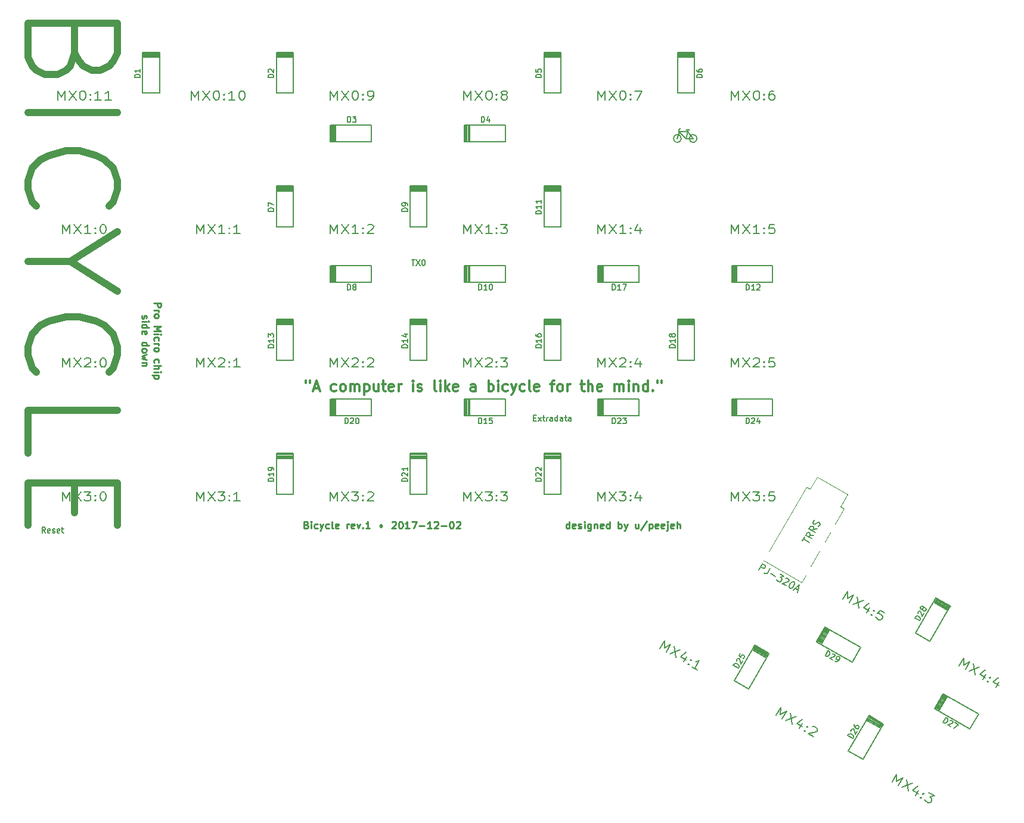
<source format=gto>
G04 #@! TF.FileFunction,Legend,Top*
%FSLAX46Y46*%
G04 Gerber Fmt 4.6, Leading zero omitted, Abs format (unit mm)*
G04 Created by KiCad (PCBNEW 4.0.7) date 2017 December 06, Wednesday 22:25:54*
%MOMM*%
%LPD*%
G01*
G04 APERTURE LIST*
%ADD10C,0.100000*%
%ADD11C,0.150000*%
%ADD12C,0.250000*%
%ADD13C,0.200000*%
%ADD14C,1.000000*%
%ADD15C,0.300000*%
%ADD16C,0.120000*%
%ADD17C,0.203200*%
G04 APERTURE END LIST*
D10*
D11*
X173500000Y-47000000D02*
X173750000Y-46750000D01*
D12*
X120571429Y-103178571D02*
X120714286Y-103226190D01*
X120761905Y-103273810D01*
X120809524Y-103369048D01*
X120809524Y-103511905D01*
X120761905Y-103607143D01*
X120714286Y-103654762D01*
X120619048Y-103702381D01*
X120238095Y-103702381D01*
X120238095Y-102702381D01*
X120571429Y-102702381D01*
X120666667Y-102750000D01*
X120714286Y-102797619D01*
X120761905Y-102892857D01*
X120761905Y-102988095D01*
X120714286Y-103083333D01*
X120666667Y-103130952D01*
X120571429Y-103178571D01*
X120238095Y-103178571D01*
X121238095Y-103702381D02*
X121238095Y-103035714D01*
X121238095Y-102702381D02*
X121190476Y-102750000D01*
X121238095Y-102797619D01*
X121285714Y-102750000D01*
X121238095Y-102702381D01*
X121238095Y-102797619D01*
X122142857Y-103654762D02*
X122047619Y-103702381D01*
X121857142Y-103702381D01*
X121761904Y-103654762D01*
X121714285Y-103607143D01*
X121666666Y-103511905D01*
X121666666Y-103226190D01*
X121714285Y-103130952D01*
X121761904Y-103083333D01*
X121857142Y-103035714D01*
X122047619Y-103035714D01*
X122142857Y-103083333D01*
X122476190Y-103035714D02*
X122714285Y-103702381D01*
X122952381Y-103035714D02*
X122714285Y-103702381D01*
X122619047Y-103940476D01*
X122571428Y-103988095D01*
X122476190Y-104035714D01*
X123761905Y-103654762D02*
X123666667Y-103702381D01*
X123476190Y-103702381D01*
X123380952Y-103654762D01*
X123333333Y-103607143D01*
X123285714Y-103511905D01*
X123285714Y-103226190D01*
X123333333Y-103130952D01*
X123380952Y-103083333D01*
X123476190Y-103035714D01*
X123666667Y-103035714D01*
X123761905Y-103083333D01*
X124333333Y-103702381D02*
X124238095Y-103654762D01*
X124190476Y-103559524D01*
X124190476Y-102702381D01*
X125095239Y-103654762D02*
X125000001Y-103702381D01*
X124809524Y-103702381D01*
X124714286Y-103654762D01*
X124666667Y-103559524D01*
X124666667Y-103178571D01*
X124714286Y-103083333D01*
X124809524Y-103035714D01*
X125000001Y-103035714D01*
X125095239Y-103083333D01*
X125142858Y-103178571D01*
X125142858Y-103273810D01*
X124666667Y-103369048D01*
X126333334Y-103702381D02*
X126333334Y-103035714D01*
X126333334Y-103226190D02*
X126380953Y-103130952D01*
X126428572Y-103083333D01*
X126523810Y-103035714D01*
X126619049Y-103035714D01*
X127333335Y-103654762D02*
X127238097Y-103702381D01*
X127047620Y-103702381D01*
X126952382Y-103654762D01*
X126904763Y-103559524D01*
X126904763Y-103178571D01*
X126952382Y-103083333D01*
X127047620Y-103035714D01*
X127238097Y-103035714D01*
X127333335Y-103083333D01*
X127380954Y-103178571D01*
X127380954Y-103273810D01*
X126904763Y-103369048D01*
X127714287Y-103035714D02*
X127952382Y-103702381D01*
X128190478Y-103035714D01*
X128571430Y-103607143D02*
X128619049Y-103654762D01*
X128571430Y-103702381D01*
X128523811Y-103654762D01*
X128571430Y-103607143D01*
X128571430Y-103702381D01*
X129571430Y-103702381D02*
X129000001Y-103702381D01*
X129285715Y-103702381D02*
X129285715Y-102702381D01*
X129190477Y-102845238D01*
X129095239Y-102940476D01*
X129000001Y-102988095D01*
X131047621Y-103226190D02*
X131047621Y-103416667D01*
X131095240Y-103416667D02*
X131095240Y-103226190D01*
X131142859Y-103178571D02*
X131142859Y-103464286D01*
X131190478Y-103416667D02*
X131190478Y-103226190D01*
X131238097Y-103226190D02*
X131238097Y-103416667D01*
X131047621Y-103369048D02*
X131142859Y-103464286D01*
X131238097Y-103369048D01*
X131047621Y-103273810D02*
X131142859Y-103178571D01*
X131238097Y-103273810D01*
X131047621Y-103226190D02*
X131142859Y-103178571D01*
X131238097Y-103226190D01*
X131285716Y-103321429D01*
X131238097Y-103416667D01*
X131142859Y-103464286D01*
X131047621Y-103416667D01*
X131000001Y-103321429D01*
X131047621Y-103226190D01*
X132714287Y-102797619D02*
X132761906Y-102750000D01*
X132857144Y-102702381D01*
X133095240Y-102702381D01*
X133190478Y-102750000D01*
X133238097Y-102797619D01*
X133285716Y-102892857D01*
X133285716Y-102988095D01*
X133238097Y-103130952D01*
X132666668Y-103702381D01*
X133285716Y-103702381D01*
X133904763Y-102702381D02*
X134000002Y-102702381D01*
X134095240Y-102750000D01*
X134142859Y-102797619D01*
X134190478Y-102892857D01*
X134238097Y-103083333D01*
X134238097Y-103321429D01*
X134190478Y-103511905D01*
X134142859Y-103607143D01*
X134095240Y-103654762D01*
X134000002Y-103702381D01*
X133904763Y-103702381D01*
X133809525Y-103654762D01*
X133761906Y-103607143D01*
X133714287Y-103511905D01*
X133666668Y-103321429D01*
X133666668Y-103083333D01*
X133714287Y-102892857D01*
X133761906Y-102797619D01*
X133809525Y-102750000D01*
X133904763Y-102702381D01*
X135190478Y-103702381D02*
X134619049Y-103702381D01*
X134904763Y-103702381D02*
X134904763Y-102702381D01*
X134809525Y-102845238D01*
X134714287Y-102940476D01*
X134619049Y-102988095D01*
X135523811Y-102702381D02*
X136190478Y-102702381D01*
X135761906Y-103702381D01*
X136571430Y-103321429D02*
X137333335Y-103321429D01*
X138333335Y-103702381D02*
X137761906Y-103702381D01*
X138047620Y-103702381D02*
X138047620Y-102702381D01*
X137952382Y-102845238D01*
X137857144Y-102940476D01*
X137761906Y-102988095D01*
X138714287Y-102797619D02*
X138761906Y-102750000D01*
X138857144Y-102702381D01*
X139095240Y-102702381D01*
X139190478Y-102750000D01*
X139238097Y-102797619D01*
X139285716Y-102892857D01*
X139285716Y-102988095D01*
X139238097Y-103130952D01*
X138666668Y-103702381D01*
X139285716Y-103702381D01*
X139714287Y-103321429D02*
X140476192Y-103321429D01*
X141142858Y-102702381D02*
X141238097Y-102702381D01*
X141333335Y-102750000D01*
X141380954Y-102797619D01*
X141428573Y-102892857D01*
X141476192Y-103083333D01*
X141476192Y-103321429D01*
X141428573Y-103511905D01*
X141380954Y-103607143D01*
X141333335Y-103654762D01*
X141238097Y-103702381D01*
X141142858Y-103702381D01*
X141047620Y-103654762D01*
X141000001Y-103607143D01*
X140952382Y-103511905D01*
X140904763Y-103321429D01*
X140904763Y-103083333D01*
X140952382Y-102892857D01*
X141000001Y-102797619D01*
X141047620Y-102750000D01*
X141142858Y-102702381D01*
X141857144Y-102797619D02*
X141904763Y-102750000D01*
X142000001Y-102702381D01*
X142238097Y-102702381D01*
X142333335Y-102750000D01*
X142380954Y-102797619D01*
X142428573Y-102892857D01*
X142428573Y-102988095D01*
X142380954Y-103130952D01*
X141809525Y-103702381D01*
X142428573Y-103702381D01*
D11*
X174500000Y-47000000D02*
X175000000Y-47000000D01*
X173500000Y-47000000D02*
X173500000Y-47500000D01*
X173500000Y-47500000D02*
X173250000Y-48250000D01*
X174750000Y-47250000D02*
X174750000Y-47000000D01*
X173500000Y-47250000D02*
X174750000Y-47250000D01*
X174500000Y-48250000D02*
X173500000Y-47250000D01*
X174750000Y-47250000D02*
X174500000Y-48250000D01*
X175500000Y-48250000D02*
X174750000Y-47250000D01*
X174500000Y-48250000D02*
X175500000Y-48250000D01*
D13*
X176059017Y-48250000D02*
G75*
G03X176059017Y-48250000I-559017J0D01*
G01*
X173809017Y-48250000D02*
G75*
G03X173809017Y-48250000I-559017J0D01*
G01*
D14*
X87657143Y-36104763D02*
X87052381Y-37919049D01*
X86447619Y-38523810D01*
X85238095Y-39128572D01*
X83423810Y-39128572D01*
X82214286Y-38523810D01*
X81609524Y-37919049D01*
X81004762Y-36709525D01*
X81004762Y-31871430D01*
X93704762Y-31871430D01*
X93704762Y-36104763D01*
X93100000Y-37314287D01*
X92495238Y-37919049D01*
X91285714Y-38523810D01*
X90076190Y-38523810D01*
X88866667Y-37919049D01*
X88261905Y-37314287D01*
X87657143Y-36104763D01*
X87657143Y-31871430D01*
X81004762Y-44571430D02*
X93704762Y-44571430D01*
X82214286Y-57876191D02*
X81609524Y-57271429D01*
X81004762Y-55457144D01*
X81004762Y-54247620D01*
X81609524Y-52433334D01*
X82819048Y-51223810D01*
X84028571Y-50619049D01*
X86447619Y-50014287D01*
X88261905Y-50014287D01*
X90680952Y-50619049D01*
X91890476Y-51223810D01*
X93100000Y-52433334D01*
X93704762Y-54247620D01*
X93704762Y-55457144D01*
X93100000Y-57271429D01*
X92495238Y-57876191D01*
X87052381Y-65738096D02*
X81004762Y-65738096D01*
X93704762Y-61504763D02*
X87052381Y-65738096D01*
X93704762Y-69971429D01*
X82214286Y-81461905D02*
X81609524Y-80857143D01*
X81004762Y-79042858D01*
X81004762Y-77833334D01*
X81609524Y-76019048D01*
X82819048Y-74809524D01*
X84028571Y-74204763D01*
X86447619Y-73600001D01*
X88261905Y-73600001D01*
X90680952Y-74204763D01*
X91890476Y-74809524D01*
X93100000Y-76019048D01*
X93704762Y-77833334D01*
X93704762Y-79042858D01*
X93100000Y-80857143D01*
X92495238Y-81461905D01*
X81004762Y-92952382D02*
X81004762Y-86904763D01*
X93704762Y-86904763D01*
X87657143Y-97185715D02*
X87657143Y-101419048D01*
X81004762Y-103233334D02*
X81004762Y-97185715D01*
X93704762Y-97185715D01*
X93704762Y-103233334D01*
D15*
X120500001Y-82678571D02*
X120500001Y-82964286D01*
X121071430Y-82678571D02*
X121071430Y-82964286D01*
X121642858Y-83750000D02*
X122357144Y-83750000D01*
X121500001Y-84178571D02*
X122000001Y-82678571D01*
X122500001Y-84178571D01*
X124785715Y-84107143D02*
X124642858Y-84178571D01*
X124357144Y-84178571D01*
X124214286Y-84107143D01*
X124142858Y-84035714D01*
X124071429Y-83892857D01*
X124071429Y-83464286D01*
X124142858Y-83321429D01*
X124214286Y-83250000D01*
X124357144Y-83178571D01*
X124642858Y-83178571D01*
X124785715Y-83250000D01*
X125642858Y-84178571D02*
X125500000Y-84107143D01*
X125428572Y-84035714D01*
X125357143Y-83892857D01*
X125357143Y-83464286D01*
X125428572Y-83321429D01*
X125500000Y-83250000D01*
X125642858Y-83178571D01*
X125857143Y-83178571D01*
X126000000Y-83250000D01*
X126071429Y-83321429D01*
X126142858Y-83464286D01*
X126142858Y-83892857D01*
X126071429Y-84035714D01*
X126000000Y-84107143D01*
X125857143Y-84178571D01*
X125642858Y-84178571D01*
X126785715Y-84178571D02*
X126785715Y-83178571D01*
X126785715Y-83321429D02*
X126857143Y-83250000D01*
X127000001Y-83178571D01*
X127214286Y-83178571D01*
X127357143Y-83250000D01*
X127428572Y-83392857D01*
X127428572Y-84178571D01*
X127428572Y-83392857D02*
X127500001Y-83250000D01*
X127642858Y-83178571D01*
X127857143Y-83178571D01*
X128000001Y-83250000D01*
X128071429Y-83392857D01*
X128071429Y-84178571D01*
X128785715Y-83178571D02*
X128785715Y-84678571D01*
X128785715Y-83250000D02*
X128928572Y-83178571D01*
X129214286Y-83178571D01*
X129357143Y-83250000D01*
X129428572Y-83321429D01*
X129500001Y-83464286D01*
X129500001Y-83892857D01*
X129428572Y-84035714D01*
X129357143Y-84107143D01*
X129214286Y-84178571D01*
X128928572Y-84178571D01*
X128785715Y-84107143D01*
X130785715Y-83178571D02*
X130785715Y-84178571D01*
X130142858Y-83178571D02*
X130142858Y-83964286D01*
X130214286Y-84107143D01*
X130357144Y-84178571D01*
X130571429Y-84178571D01*
X130714286Y-84107143D01*
X130785715Y-84035714D01*
X131285715Y-83178571D02*
X131857144Y-83178571D01*
X131500001Y-82678571D02*
X131500001Y-83964286D01*
X131571429Y-84107143D01*
X131714287Y-84178571D01*
X131857144Y-84178571D01*
X132928572Y-84107143D02*
X132785715Y-84178571D01*
X132500001Y-84178571D01*
X132357144Y-84107143D01*
X132285715Y-83964286D01*
X132285715Y-83392857D01*
X132357144Y-83250000D01*
X132500001Y-83178571D01*
X132785715Y-83178571D01*
X132928572Y-83250000D01*
X133000001Y-83392857D01*
X133000001Y-83535714D01*
X132285715Y-83678571D01*
X133642858Y-84178571D02*
X133642858Y-83178571D01*
X133642858Y-83464286D02*
X133714286Y-83321429D01*
X133785715Y-83250000D01*
X133928572Y-83178571D01*
X134071429Y-83178571D01*
X135714286Y-84178571D02*
X135714286Y-83178571D01*
X135714286Y-82678571D02*
X135642857Y-82750000D01*
X135714286Y-82821429D01*
X135785714Y-82750000D01*
X135714286Y-82678571D01*
X135714286Y-82821429D01*
X136357143Y-84107143D02*
X136500000Y-84178571D01*
X136785715Y-84178571D01*
X136928572Y-84107143D01*
X137000000Y-83964286D01*
X137000000Y-83892857D01*
X136928572Y-83750000D01*
X136785715Y-83678571D01*
X136571429Y-83678571D01*
X136428572Y-83607143D01*
X136357143Y-83464286D01*
X136357143Y-83392857D01*
X136428572Y-83250000D01*
X136571429Y-83178571D01*
X136785715Y-83178571D01*
X136928572Y-83250000D01*
X139000001Y-84178571D02*
X138857143Y-84107143D01*
X138785715Y-83964286D01*
X138785715Y-82678571D01*
X139571429Y-84178571D02*
X139571429Y-83178571D01*
X139571429Y-82678571D02*
X139500000Y-82750000D01*
X139571429Y-82821429D01*
X139642857Y-82750000D01*
X139571429Y-82678571D01*
X139571429Y-82821429D01*
X140285715Y-84178571D02*
X140285715Y-82678571D01*
X140428572Y-83607143D02*
X140857143Y-84178571D01*
X140857143Y-83178571D02*
X140285715Y-83750000D01*
X142071429Y-84107143D02*
X141928572Y-84178571D01*
X141642858Y-84178571D01*
X141500001Y-84107143D01*
X141428572Y-83964286D01*
X141428572Y-83392857D01*
X141500001Y-83250000D01*
X141642858Y-83178571D01*
X141928572Y-83178571D01*
X142071429Y-83250000D01*
X142142858Y-83392857D01*
X142142858Y-83535714D01*
X141428572Y-83678571D01*
X144571429Y-84178571D02*
X144571429Y-83392857D01*
X144500000Y-83250000D01*
X144357143Y-83178571D01*
X144071429Y-83178571D01*
X143928572Y-83250000D01*
X144571429Y-84107143D02*
X144428572Y-84178571D01*
X144071429Y-84178571D01*
X143928572Y-84107143D01*
X143857143Y-83964286D01*
X143857143Y-83821429D01*
X143928572Y-83678571D01*
X144071429Y-83607143D01*
X144428572Y-83607143D01*
X144571429Y-83535714D01*
X146428572Y-84178571D02*
X146428572Y-82678571D01*
X146428572Y-83250000D02*
X146571429Y-83178571D01*
X146857143Y-83178571D01*
X147000000Y-83250000D01*
X147071429Y-83321429D01*
X147142858Y-83464286D01*
X147142858Y-83892857D01*
X147071429Y-84035714D01*
X147000000Y-84107143D01*
X146857143Y-84178571D01*
X146571429Y-84178571D01*
X146428572Y-84107143D01*
X147785715Y-84178571D02*
X147785715Y-83178571D01*
X147785715Y-82678571D02*
X147714286Y-82750000D01*
X147785715Y-82821429D01*
X147857143Y-82750000D01*
X147785715Y-82678571D01*
X147785715Y-82821429D01*
X149142858Y-84107143D02*
X149000001Y-84178571D01*
X148714287Y-84178571D01*
X148571429Y-84107143D01*
X148500001Y-84035714D01*
X148428572Y-83892857D01*
X148428572Y-83464286D01*
X148500001Y-83321429D01*
X148571429Y-83250000D01*
X148714287Y-83178571D01*
X149000001Y-83178571D01*
X149142858Y-83250000D01*
X149642858Y-83178571D02*
X150000001Y-84178571D01*
X150357143Y-83178571D02*
X150000001Y-84178571D01*
X149857143Y-84535714D01*
X149785715Y-84607143D01*
X149642858Y-84678571D01*
X151571429Y-84107143D02*
X151428572Y-84178571D01*
X151142858Y-84178571D01*
X151000000Y-84107143D01*
X150928572Y-84035714D01*
X150857143Y-83892857D01*
X150857143Y-83464286D01*
X150928572Y-83321429D01*
X151000000Y-83250000D01*
X151142858Y-83178571D01*
X151428572Y-83178571D01*
X151571429Y-83250000D01*
X152428572Y-84178571D02*
X152285714Y-84107143D01*
X152214286Y-83964286D01*
X152214286Y-82678571D01*
X153571428Y-84107143D02*
X153428571Y-84178571D01*
X153142857Y-84178571D01*
X153000000Y-84107143D01*
X152928571Y-83964286D01*
X152928571Y-83392857D01*
X153000000Y-83250000D01*
X153142857Y-83178571D01*
X153428571Y-83178571D01*
X153571428Y-83250000D01*
X153642857Y-83392857D01*
X153642857Y-83535714D01*
X152928571Y-83678571D01*
X155214285Y-83178571D02*
X155785714Y-83178571D01*
X155428571Y-84178571D02*
X155428571Y-82892857D01*
X155499999Y-82750000D01*
X155642857Y-82678571D01*
X155785714Y-82678571D01*
X156500000Y-84178571D02*
X156357142Y-84107143D01*
X156285714Y-84035714D01*
X156214285Y-83892857D01*
X156214285Y-83464286D01*
X156285714Y-83321429D01*
X156357142Y-83250000D01*
X156500000Y-83178571D01*
X156714285Y-83178571D01*
X156857142Y-83250000D01*
X156928571Y-83321429D01*
X157000000Y-83464286D01*
X157000000Y-83892857D01*
X156928571Y-84035714D01*
X156857142Y-84107143D01*
X156714285Y-84178571D01*
X156500000Y-84178571D01*
X157642857Y-84178571D02*
X157642857Y-83178571D01*
X157642857Y-83464286D02*
X157714285Y-83321429D01*
X157785714Y-83250000D01*
X157928571Y-83178571D01*
X158071428Y-83178571D01*
X159499999Y-83178571D02*
X160071428Y-83178571D01*
X159714285Y-82678571D02*
X159714285Y-83964286D01*
X159785713Y-84107143D01*
X159928571Y-84178571D01*
X160071428Y-84178571D01*
X160571428Y-84178571D02*
X160571428Y-82678571D01*
X161214285Y-84178571D02*
X161214285Y-83392857D01*
X161142856Y-83250000D01*
X160999999Y-83178571D01*
X160785714Y-83178571D01*
X160642856Y-83250000D01*
X160571428Y-83321429D01*
X162499999Y-84107143D02*
X162357142Y-84178571D01*
X162071428Y-84178571D01*
X161928571Y-84107143D01*
X161857142Y-83964286D01*
X161857142Y-83392857D01*
X161928571Y-83250000D01*
X162071428Y-83178571D01*
X162357142Y-83178571D01*
X162499999Y-83250000D01*
X162571428Y-83392857D01*
X162571428Y-83535714D01*
X161857142Y-83678571D01*
X164357142Y-84178571D02*
X164357142Y-83178571D01*
X164357142Y-83321429D02*
X164428570Y-83250000D01*
X164571428Y-83178571D01*
X164785713Y-83178571D01*
X164928570Y-83250000D01*
X164999999Y-83392857D01*
X164999999Y-84178571D01*
X164999999Y-83392857D02*
X165071428Y-83250000D01*
X165214285Y-83178571D01*
X165428570Y-83178571D01*
X165571428Y-83250000D01*
X165642856Y-83392857D01*
X165642856Y-84178571D01*
X166357142Y-84178571D02*
X166357142Y-83178571D01*
X166357142Y-82678571D02*
X166285713Y-82750000D01*
X166357142Y-82821429D01*
X166428570Y-82750000D01*
X166357142Y-82678571D01*
X166357142Y-82821429D01*
X167071428Y-83178571D02*
X167071428Y-84178571D01*
X167071428Y-83321429D02*
X167142856Y-83250000D01*
X167285714Y-83178571D01*
X167499999Y-83178571D01*
X167642856Y-83250000D01*
X167714285Y-83392857D01*
X167714285Y-84178571D01*
X169071428Y-84178571D02*
X169071428Y-82678571D01*
X169071428Y-84107143D02*
X168928571Y-84178571D01*
X168642857Y-84178571D01*
X168499999Y-84107143D01*
X168428571Y-84035714D01*
X168357142Y-83892857D01*
X168357142Y-83464286D01*
X168428571Y-83321429D01*
X168499999Y-83250000D01*
X168642857Y-83178571D01*
X168928571Y-83178571D01*
X169071428Y-83250000D01*
X169785714Y-84035714D02*
X169857142Y-84107143D01*
X169785714Y-84178571D01*
X169714285Y-84107143D01*
X169785714Y-84035714D01*
X169785714Y-84178571D01*
X170428571Y-82678571D02*
X170428571Y-82964286D01*
X171000000Y-82678571D02*
X171000000Y-82964286D01*
D11*
X184822635Y-109582249D02*
X185322635Y-108716224D01*
X185652550Y-108906701D01*
X185711219Y-108995559D01*
X185728648Y-109060608D01*
X185722269Y-109166896D01*
X185650840Y-109290613D01*
X185561982Y-109349282D01*
X185496933Y-109366712D01*
X185390645Y-109360332D01*
X185060730Y-109169856D01*
X186436097Y-109359082D02*
X186078954Y-109977671D01*
X185966285Y-110077579D01*
X185836187Y-110112439D01*
X185688660Y-110082249D01*
X185606182Y-110034630D01*
X186538965Y-110133288D02*
X187198794Y-110514240D01*
X187838232Y-110168605D02*
X188374344Y-110478129D01*
X187895192Y-110641376D01*
X188018911Y-110712805D01*
X188077580Y-110801663D01*
X188095009Y-110866712D01*
X188088629Y-110973001D01*
X187969582Y-111179197D01*
X187880723Y-111237866D01*
X187815675Y-111255296D01*
X187709387Y-111248916D01*
X187461950Y-111106059D01*
X187403281Y-111017201D01*
X187385851Y-110952152D01*
X188656639Y-110751084D02*
X188721688Y-110733654D01*
X188827976Y-110740034D01*
X189034173Y-110859082D01*
X189092842Y-110947940D01*
X189110272Y-111012989D01*
X189103892Y-111119277D01*
X189056273Y-111201755D01*
X188943605Y-111301663D01*
X188163019Y-111510821D01*
X188699130Y-111820345D01*
X189735240Y-111263843D02*
X189817720Y-111311463D01*
X189876389Y-111400321D01*
X189893818Y-111465370D01*
X189887439Y-111571658D01*
X189833440Y-111760424D01*
X189714392Y-111966621D01*
X189577915Y-112107769D01*
X189489056Y-112166438D01*
X189424008Y-112183868D01*
X189317720Y-112177488D01*
X189235240Y-112129868D01*
X189176571Y-112041010D01*
X189159141Y-111975961D01*
X189165521Y-111869673D01*
X189219520Y-111680907D01*
X189338568Y-111474710D01*
X189475045Y-111333562D01*
X189563903Y-111274893D01*
X189628952Y-111257463D01*
X189735240Y-111263843D01*
X189996687Y-112239576D02*
X190409081Y-112477671D01*
X189771352Y-112439392D02*
X190560026Y-111740034D01*
X190348702Y-112772726D01*
D12*
X98922619Y-71642857D02*
X99922619Y-71642857D01*
X99922619Y-72023810D01*
X99875000Y-72119048D01*
X99827381Y-72166667D01*
X99732143Y-72214286D01*
X99589286Y-72214286D01*
X99494048Y-72166667D01*
X99446429Y-72119048D01*
X99398810Y-72023810D01*
X99398810Y-71642857D01*
X98922619Y-72642857D02*
X99589286Y-72642857D01*
X99398810Y-72642857D02*
X99494048Y-72690476D01*
X99541667Y-72738095D01*
X99589286Y-72833333D01*
X99589286Y-72928572D01*
X98922619Y-73404762D02*
X98970238Y-73309524D01*
X99017857Y-73261905D01*
X99113095Y-73214286D01*
X99398810Y-73214286D01*
X99494048Y-73261905D01*
X99541667Y-73309524D01*
X99589286Y-73404762D01*
X99589286Y-73547620D01*
X99541667Y-73642858D01*
X99494048Y-73690477D01*
X99398810Y-73738096D01*
X99113095Y-73738096D01*
X99017857Y-73690477D01*
X98970238Y-73642858D01*
X98922619Y-73547620D01*
X98922619Y-73404762D01*
X98922619Y-74928572D02*
X99922619Y-74928572D01*
X99208333Y-75261906D01*
X99922619Y-75595239D01*
X98922619Y-75595239D01*
X98922619Y-76071429D02*
X99589286Y-76071429D01*
X99922619Y-76071429D02*
X99875000Y-76023810D01*
X99827381Y-76071429D01*
X99875000Y-76119048D01*
X99922619Y-76071429D01*
X99827381Y-76071429D01*
X98970238Y-76976191D02*
X98922619Y-76880953D01*
X98922619Y-76690476D01*
X98970238Y-76595238D01*
X99017857Y-76547619D01*
X99113095Y-76500000D01*
X99398810Y-76500000D01*
X99494048Y-76547619D01*
X99541667Y-76595238D01*
X99589286Y-76690476D01*
X99589286Y-76880953D01*
X99541667Y-76976191D01*
X98922619Y-77404762D02*
X99589286Y-77404762D01*
X99398810Y-77404762D02*
X99494048Y-77452381D01*
X99541667Y-77500000D01*
X99589286Y-77595238D01*
X99589286Y-77690477D01*
X98922619Y-78166667D02*
X98970238Y-78071429D01*
X99017857Y-78023810D01*
X99113095Y-77976191D01*
X99398810Y-77976191D01*
X99494048Y-78023810D01*
X99541667Y-78071429D01*
X99589286Y-78166667D01*
X99589286Y-78309525D01*
X99541667Y-78404763D01*
X99494048Y-78452382D01*
X99398810Y-78500001D01*
X99113095Y-78500001D01*
X99017857Y-78452382D01*
X98970238Y-78404763D01*
X98922619Y-78309525D01*
X98922619Y-78166667D01*
X98970238Y-80119049D02*
X98922619Y-80023811D01*
X98922619Y-79833334D01*
X98970238Y-79738096D01*
X99017857Y-79690477D01*
X99113095Y-79642858D01*
X99398810Y-79642858D01*
X99494048Y-79690477D01*
X99541667Y-79738096D01*
X99589286Y-79833334D01*
X99589286Y-80023811D01*
X99541667Y-80119049D01*
X98922619Y-80547620D02*
X99922619Y-80547620D01*
X98922619Y-80976192D02*
X99446429Y-80976192D01*
X99541667Y-80928573D01*
X99589286Y-80833335D01*
X99589286Y-80690477D01*
X99541667Y-80595239D01*
X99494048Y-80547620D01*
X98922619Y-81452382D02*
X99589286Y-81452382D01*
X99922619Y-81452382D02*
X99875000Y-81404763D01*
X99827381Y-81452382D01*
X99875000Y-81500001D01*
X99922619Y-81452382D01*
X99827381Y-81452382D01*
X99589286Y-81928572D02*
X98589286Y-81928572D01*
X99541667Y-81928572D02*
X99589286Y-82023810D01*
X99589286Y-82214287D01*
X99541667Y-82309525D01*
X99494048Y-82357144D01*
X99398810Y-82404763D01*
X99113095Y-82404763D01*
X99017857Y-82357144D01*
X98970238Y-82309525D01*
X98922619Y-82214287D01*
X98922619Y-82023810D01*
X98970238Y-81928572D01*
X97220238Y-73404762D02*
X97172619Y-73500000D01*
X97172619Y-73690476D01*
X97220238Y-73785715D01*
X97315476Y-73833334D01*
X97363095Y-73833334D01*
X97458333Y-73785715D01*
X97505952Y-73690476D01*
X97505952Y-73547619D01*
X97553571Y-73452381D01*
X97648810Y-73404762D01*
X97696429Y-73404762D01*
X97791667Y-73452381D01*
X97839286Y-73547619D01*
X97839286Y-73690476D01*
X97791667Y-73785715D01*
X97172619Y-74261905D02*
X97839286Y-74261905D01*
X98172619Y-74261905D02*
X98125000Y-74214286D01*
X98077381Y-74261905D01*
X98125000Y-74309524D01*
X98172619Y-74261905D01*
X98077381Y-74261905D01*
X97172619Y-75166667D02*
X98172619Y-75166667D01*
X97220238Y-75166667D02*
X97172619Y-75071429D01*
X97172619Y-74880952D01*
X97220238Y-74785714D01*
X97267857Y-74738095D01*
X97363095Y-74690476D01*
X97648810Y-74690476D01*
X97744048Y-74738095D01*
X97791667Y-74785714D01*
X97839286Y-74880952D01*
X97839286Y-75071429D01*
X97791667Y-75166667D01*
X97220238Y-76023810D02*
X97172619Y-75928572D01*
X97172619Y-75738095D01*
X97220238Y-75642857D01*
X97315476Y-75595238D01*
X97696429Y-75595238D01*
X97791667Y-75642857D01*
X97839286Y-75738095D01*
X97839286Y-75928572D01*
X97791667Y-76023810D01*
X97696429Y-76071429D01*
X97601190Y-76071429D01*
X97505952Y-75595238D01*
X97172619Y-77690477D02*
X98172619Y-77690477D01*
X97220238Y-77690477D02*
X97172619Y-77595239D01*
X97172619Y-77404762D01*
X97220238Y-77309524D01*
X97267857Y-77261905D01*
X97363095Y-77214286D01*
X97648810Y-77214286D01*
X97744048Y-77261905D01*
X97791667Y-77309524D01*
X97839286Y-77404762D01*
X97839286Y-77595239D01*
X97791667Y-77690477D01*
X97172619Y-78309524D02*
X97220238Y-78214286D01*
X97267857Y-78166667D01*
X97363095Y-78119048D01*
X97648810Y-78119048D01*
X97744048Y-78166667D01*
X97791667Y-78214286D01*
X97839286Y-78309524D01*
X97839286Y-78452382D01*
X97791667Y-78547620D01*
X97744048Y-78595239D01*
X97648810Y-78642858D01*
X97363095Y-78642858D01*
X97267857Y-78595239D01*
X97220238Y-78547620D01*
X97172619Y-78452382D01*
X97172619Y-78309524D01*
X97839286Y-78976191D02*
X97172619Y-79166667D01*
X97648810Y-79357144D01*
X97172619Y-79547620D01*
X97839286Y-79738096D01*
X97839286Y-80119048D02*
X97172619Y-80119048D01*
X97744048Y-80119048D02*
X97791667Y-80166667D01*
X97839286Y-80261905D01*
X97839286Y-80404763D01*
X97791667Y-80500001D01*
X97696429Y-80547620D01*
X97172619Y-80547620D01*
X157916667Y-103702381D02*
X157916667Y-102702381D01*
X157916667Y-103654762D02*
X157821429Y-103702381D01*
X157630952Y-103702381D01*
X157535714Y-103654762D01*
X157488095Y-103607143D01*
X157440476Y-103511905D01*
X157440476Y-103226190D01*
X157488095Y-103130952D01*
X157535714Y-103083333D01*
X157630952Y-103035714D01*
X157821429Y-103035714D01*
X157916667Y-103083333D01*
X158773810Y-103654762D02*
X158678572Y-103702381D01*
X158488095Y-103702381D01*
X158392857Y-103654762D01*
X158345238Y-103559524D01*
X158345238Y-103178571D01*
X158392857Y-103083333D01*
X158488095Y-103035714D01*
X158678572Y-103035714D01*
X158773810Y-103083333D01*
X158821429Y-103178571D01*
X158821429Y-103273810D01*
X158345238Y-103369048D01*
X159202381Y-103654762D02*
X159297619Y-103702381D01*
X159488095Y-103702381D01*
X159583334Y-103654762D01*
X159630953Y-103559524D01*
X159630953Y-103511905D01*
X159583334Y-103416667D01*
X159488095Y-103369048D01*
X159345238Y-103369048D01*
X159250000Y-103321429D01*
X159202381Y-103226190D01*
X159202381Y-103178571D01*
X159250000Y-103083333D01*
X159345238Y-103035714D01*
X159488095Y-103035714D01*
X159583334Y-103083333D01*
X160059524Y-103702381D02*
X160059524Y-103035714D01*
X160059524Y-102702381D02*
X160011905Y-102750000D01*
X160059524Y-102797619D01*
X160107143Y-102750000D01*
X160059524Y-102702381D01*
X160059524Y-102797619D01*
X160964286Y-103035714D02*
X160964286Y-103845238D01*
X160916667Y-103940476D01*
X160869048Y-103988095D01*
X160773809Y-104035714D01*
X160630952Y-104035714D01*
X160535714Y-103988095D01*
X160964286Y-103654762D02*
X160869048Y-103702381D01*
X160678571Y-103702381D01*
X160583333Y-103654762D01*
X160535714Y-103607143D01*
X160488095Y-103511905D01*
X160488095Y-103226190D01*
X160535714Y-103130952D01*
X160583333Y-103083333D01*
X160678571Y-103035714D01*
X160869048Y-103035714D01*
X160964286Y-103083333D01*
X161440476Y-103035714D02*
X161440476Y-103702381D01*
X161440476Y-103130952D02*
X161488095Y-103083333D01*
X161583333Y-103035714D01*
X161726191Y-103035714D01*
X161821429Y-103083333D01*
X161869048Y-103178571D01*
X161869048Y-103702381D01*
X162726191Y-103654762D02*
X162630953Y-103702381D01*
X162440476Y-103702381D01*
X162345238Y-103654762D01*
X162297619Y-103559524D01*
X162297619Y-103178571D01*
X162345238Y-103083333D01*
X162440476Y-103035714D01*
X162630953Y-103035714D01*
X162726191Y-103083333D01*
X162773810Y-103178571D01*
X162773810Y-103273810D01*
X162297619Y-103369048D01*
X163630953Y-103702381D02*
X163630953Y-102702381D01*
X163630953Y-103654762D02*
X163535715Y-103702381D01*
X163345238Y-103702381D01*
X163250000Y-103654762D01*
X163202381Y-103607143D01*
X163154762Y-103511905D01*
X163154762Y-103226190D01*
X163202381Y-103130952D01*
X163250000Y-103083333D01*
X163345238Y-103035714D01*
X163535715Y-103035714D01*
X163630953Y-103083333D01*
X164869048Y-103702381D02*
X164869048Y-102702381D01*
X164869048Y-103083333D02*
X164964286Y-103035714D01*
X165154763Y-103035714D01*
X165250001Y-103083333D01*
X165297620Y-103130952D01*
X165345239Y-103226190D01*
X165345239Y-103511905D01*
X165297620Y-103607143D01*
X165250001Y-103654762D01*
X165154763Y-103702381D01*
X164964286Y-103702381D01*
X164869048Y-103654762D01*
X165678572Y-103035714D02*
X165916667Y-103702381D01*
X166154763Y-103035714D02*
X165916667Y-103702381D01*
X165821429Y-103940476D01*
X165773810Y-103988095D01*
X165678572Y-104035714D01*
X167726192Y-103035714D02*
X167726192Y-103702381D01*
X167297620Y-103035714D02*
X167297620Y-103559524D01*
X167345239Y-103654762D01*
X167440477Y-103702381D01*
X167583335Y-103702381D01*
X167678573Y-103654762D01*
X167726192Y-103607143D01*
X168916668Y-102654762D02*
X168059525Y-103940476D01*
X169250001Y-103035714D02*
X169250001Y-104035714D01*
X169250001Y-103083333D02*
X169345239Y-103035714D01*
X169535716Y-103035714D01*
X169630954Y-103083333D01*
X169678573Y-103130952D01*
X169726192Y-103226190D01*
X169726192Y-103511905D01*
X169678573Y-103607143D01*
X169630954Y-103654762D01*
X169535716Y-103702381D01*
X169345239Y-103702381D01*
X169250001Y-103654762D01*
X170535716Y-103654762D02*
X170440478Y-103702381D01*
X170250001Y-103702381D01*
X170154763Y-103654762D01*
X170107144Y-103559524D01*
X170107144Y-103178571D01*
X170154763Y-103083333D01*
X170250001Y-103035714D01*
X170440478Y-103035714D01*
X170535716Y-103083333D01*
X170583335Y-103178571D01*
X170583335Y-103273810D01*
X170107144Y-103369048D01*
X171392859Y-103654762D02*
X171297621Y-103702381D01*
X171107144Y-103702381D01*
X171011906Y-103654762D01*
X170964287Y-103559524D01*
X170964287Y-103178571D01*
X171011906Y-103083333D01*
X171107144Y-103035714D01*
X171297621Y-103035714D01*
X171392859Y-103083333D01*
X171440478Y-103178571D01*
X171440478Y-103273810D01*
X170964287Y-103369048D01*
X171869049Y-103035714D02*
X171869049Y-103892857D01*
X171821430Y-103988095D01*
X171726192Y-104035714D01*
X171678573Y-104035714D01*
X171869049Y-102702381D02*
X171821430Y-102750000D01*
X171869049Y-102797619D01*
X171916668Y-102750000D01*
X171869049Y-102702381D01*
X171869049Y-102797619D01*
X172726192Y-103654762D02*
X172630954Y-103702381D01*
X172440477Y-103702381D01*
X172345239Y-103654762D01*
X172297620Y-103559524D01*
X172297620Y-103178571D01*
X172345239Y-103083333D01*
X172440477Y-103035714D01*
X172630954Y-103035714D01*
X172726192Y-103083333D01*
X172773811Y-103178571D01*
X172773811Y-103273810D01*
X172297620Y-103369048D01*
X173202382Y-103702381D02*
X173202382Y-102702381D01*
X173630954Y-103702381D02*
X173630954Y-103178571D01*
X173583335Y-103083333D01*
X173488097Y-103035714D01*
X173345239Y-103035714D01*
X173250001Y-103083333D01*
X173202382Y-103130952D01*
D13*
X211676730Y-115379792D02*
X209598270Y-114179792D01*
X211764230Y-115228238D02*
X209685770Y-114028238D01*
X211851730Y-115076683D02*
X209773270Y-113876683D01*
X209973270Y-113530273D02*
X212051730Y-114730273D01*
X211939230Y-114925129D02*
X209860770Y-113725129D01*
X212001730Y-114816876D02*
X209923270Y-113616876D01*
X212039230Y-114751924D02*
X209139230Y-119774871D01*
X209139230Y-119774871D02*
X207060770Y-118574871D01*
X207060770Y-118574871D02*
X209960770Y-113551924D01*
X175700000Y-36725000D02*
X173300000Y-36725000D01*
X175700000Y-36550000D02*
X173300000Y-36550000D01*
X175700000Y-36375000D02*
X173300000Y-36375000D01*
X173300000Y-35975000D02*
X175700000Y-35975000D01*
X175700000Y-36200000D02*
X173300000Y-36200000D01*
X175700000Y-36075000D02*
X173300000Y-36075000D01*
X175700000Y-36000000D02*
X175700000Y-41800000D01*
X175700000Y-41800000D02*
X173300000Y-41800000D01*
X173300000Y-41800000D02*
X173300000Y-36000000D01*
X118700000Y-55725000D02*
X116300000Y-55725000D01*
X118700000Y-55550000D02*
X116300000Y-55550000D01*
X118700000Y-55375000D02*
X116300000Y-55375000D01*
X116300000Y-54975000D02*
X118700000Y-54975000D01*
X118700000Y-55200000D02*
X116300000Y-55200000D01*
X118700000Y-55075000D02*
X116300000Y-55075000D01*
X118700000Y-55000000D02*
X118700000Y-60800000D01*
X118700000Y-60800000D02*
X116300000Y-60800000D01*
X116300000Y-60800000D02*
X116300000Y-55000000D01*
X124725000Y-66300000D02*
X124725000Y-68700000D01*
X124550000Y-66300000D02*
X124550000Y-68700000D01*
X124375000Y-66300000D02*
X124375000Y-68700000D01*
X123975000Y-68700000D02*
X123975000Y-66300000D01*
X124200000Y-66300000D02*
X124200000Y-68700000D01*
X124075000Y-66300000D02*
X124075000Y-68700000D01*
X124000000Y-66300000D02*
X129800000Y-66300000D01*
X129800000Y-66300000D02*
X129800000Y-68700000D01*
X129800000Y-68700000D02*
X124000000Y-68700000D01*
X137700000Y-55725000D02*
X135300000Y-55725000D01*
X137700000Y-55550000D02*
X135300000Y-55550000D01*
X137700000Y-55375000D02*
X135300000Y-55375000D01*
X135300000Y-54975000D02*
X137700000Y-54975000D01*
X137700000Y-55200000D02*
X135300000Y-55200000D01*
X137700000Y-55075000D02*
X135300000Y-55075000D01*
X137700000Y-55000000D02*
X137700000Y-60800000D01*
X137700000Y-60800000D02*
X135300000Y-60800000D01*
X135300000Y-60800000D02*
X135300000Y-55000000D01*
X143725000Y-66300000D02*
X143725000Y-68700000D01*
X143550000Y-66300000D02*
X143550000Y-68700000D01*
X143375000Y-66300000D02*
X143375000Y-68700000D01*
X142975000Y-68700000D02*
X142975000Y-66300000D01*
X143200000Y-66300000D02*
X143200000Y-68700000D01*
X143075000Y-66300000D02*
X143075000Y-68700000D01*
X143000000Y-66300000D02*
X148800000Y-66300000D01*
X148800000Y-66300000D02*
X148800000Y-68700000D01*
X148800000Y-68700000D02*
X143000000Y-68700000D01*
X156700000Y-55725000D02*
X154300000Y-55725000D01*
X156700000Y-55550000D02*
X154300000Y-55550000D01*
X156700000Y-55375000D02*
X154300000Y-55375000D01*
X154300000Y-54975000D02*
X156700000Y-54975000D01*
X156700000Y-55200000D02*
X154300000Y-55200000D01*
X156700000Y-55075000D02*
X154300000Y-55075000D01*
X156700000Y-55000000D02*
X156700000Y-60800000D01*
X156700000Y-60800000D02*
X154300000Y-60800000D01*
X154300000Y-60800000D02*
X154300000Y-55000000D01*
X181725000Y-66300000D02*
X181725000Y-68700000D01*
X181550000Y-66300000D02*
X181550000Y-68700000D01*
X181375000Y-66300000D02*
X181375000Y-68700000D01*
X180975000Y-68700000D02*
X180975000Y-66300000D01*
X181200000Y-66300000D02*
X181200000Y-68700000D01*
X181075000Y-66300000D02*
X181075000Y-68700000D01*
X181000000Y-66300000D02*
X186800000Y-66300000D01*
X186800000Y-66300000D02*
X186800000Y-68700000D01*
X186800000Y-68700000D02*
X181000000Y-68700000D01*
X118700000Y-74725000D02*
X116300000Y-74725000D01*
X118700000Y-74550000D02*
X116300000Y-74550000D01*
X118700000Y-74375000D02*
X116300000Y-74375000D01*
X116300000Y-73975000D02*
X118700000Y-73975000D01*
X118700000Y-74200000D02*
X116300000Y-74200000D01*
X118700000Y-74075000D02*
X116300000Y-74075000D01*
X118700000Y-74000000D02*
X118700000Y-79800000D01*
X118700000Y-79800000D02*
X116300000Y-79800000D01*
X116300000Y-79800000D02*
X116300000Y-74000000D01*
X137700000Y-74725000D02*
X135300000Y-74725000D01*
X137700000Y-74550000D02*
X135300000Y-74550000D01*
X137700000Y-74375000D02*
X135300000Y-74375000D01*
X135300000Y-73975000D02*
X137700000Y-73975000D01*
X137700000Y-74200000D02*
X135300000Y-74200000D01*
X137700000Y-74075000D02*
X135300000Y-74075000D01*
X137700000Y-74000000D02*
X137700000Y-79800000D01*
X137700000Y-79800000D02*
X135300000Y-79800000D01*
X135300000Y-79800000D02*
X135300000Y-74000000D01*
X143725000Y-85300000D02*
X143725000Y-87700000D01*
X143550000Y-85300000D02*
X143550000Y-87700000D01*
X143375000Y-85300000D02*
X143375000Y-87700000D01*
X142975000Y-87700000D02*
X142975000Y-85300000D01*
X143200000Y-85300000D02*
X143200000Y-87700000D01*
X143075000Y-85300000D02*
X143075000Y-87700000D01*
X143000000Y-85300000D02*
X148800000Y-85300000D01*
X148800000Y-85300000D02*
X148800000Y-87700000D01*
X148800000Y-87700000D02*
X143000000Y-87700000D01*
X156700000Y-74725000D02*
X154300000Y-74725000D01*
X156700000Y-74550000D02*
X154300000Y-74550000D01*
X156700000Y-74375000D02*
X154300000Y-74375000D01*
X154300000Y-73975000D02*
X156700000Y-73975000D01*
X156700000Y-74200000D02*
X154300000Y-74200000D01*
X156700000Y-74075000D02*
X154300000Y-74075000D01*
X156700000Y-74000000D02*
X156700000Y-79800000D01*
X156700000Y-79800000D02*
X154300000Y-79800000D01*
X154300000Y-79800000D02*
X154300000Y-74000000D01*
X162725000Y-66300000D02*
X162725000Y-68700000D01*
X162550000Y-66300000D02*
X162550000Y-68700000D01*
X162375000Y-66300000D02*
X162375000Y-68700000D01*
X161975000Y-68700000D02*
X161975000Y-66300000D01*
X162200000Y-66300000D02*
X162200000Y-68700000D01*
X162075000Y-66300000D02*
X162075000Y-68700000D01*
X162000000Y-66300000D02*
X167800000Y-66300000D01*
X167800000Y-66300000D02*
X167800000Y-68700000D01*
X167800000Y-68700000D02*
X162000000Y-68700000D01*
X175700000Y-74725000D02*
X173300000Y-74725000D01*
X175700000Y-74550000D02*
X173300000Y-74550000D01*
X175700000Y-74375000D02*
X173300000Y-74375000D01*
X173300000Y-73975000D02*
X175700000Y-73975000D01*
X175700000Y-74200000D02*
X173300000Y-74200000D01*
X175700000Y-74075000D02*
X173300000Y-74075000D01*
X175700000Y-74000000D02*
X175700000Y-79800000D01*
X175700000Y-79800000D02*
X173300000Y-79800000D01*
X173300000Y-79800000D02*
X173300000Y-74000000D01*
X118700000Y-93725000D02*
X116300000Y-93725000D01*
X118700000Y-93550000D02*
X116300000Y-93550000D01*
X118700000Y-93375000D02*
X116300000Y-93375000D01*
X116300000Y-92975000D02*
X118700000Y-92975000D01*
X118700000Y-93200000D02*
X116300000Y-93200000D01*
X118700000Y-93075000D02*
X116300000Y-93075000D01*
X118700000Y-93000000D02*
X118700000Y-98800000D01*
X118700000Y-98800000D02*
X116300000Y-98800000D01*
X116300000Y-98800000D02*
X116300000Y-93000000D01*
X124725000Y-85300000D02*
X124725000Y-87700000D01*
X124550000Y-85300000D02*
X124550000Y-87700000D01*
X124375000Y-85300000D02*
X124375000Y-87700000D01*
X123975000Y-87700000D02*
X123975000Y-85300000D01*
X124200000Y-85300000D02*
X124200000Y-87700000D01*
X124075000Y-85300000D02*
X124075000Y-87700000D01*
X124000000Y-85300000D02*
X129800000Y-85300000D01*
X129800000Y-85300000D02*
X129800000Y-87700000D01*
X129800000Y-87700000D02*
X124000000Y-87700000D01*
X137700000Y-93725000D02*
X135300000Y-93725000D01*
X137700000Y-93550000D02*
X135300000Y-93550000D01*
X137700000Y-93375000D02*
X135300000Y-93375000D01*
X135300000Y-92975000D02*
X137700000Y-92975000D01*
X137700000Y-93200000D02*
X135300000Y-93200000D01*
X137700000Y-93075000D02*
X135300000Y-93075000D01*
X137700000Y-93000000D02*
X137700000Y-98800000D01*
X137700000Y-98800000D02*
X135300000Y-98800000D01*
X135300000Y-98800000D02*
X135300000Y-93000000D01*
X156700000Y-93725000D02*
X154300000Y-93725000D01*
X156700000Y-93550000D02*
X154300000Y-93550000D01*
X156700000Y-93375000D02*
X154300000Y-93375000D01*
X154300000Y-92975000D02*
X156700000Y-92975000D01*
X156700000Y-93200000D02*
X154300000Y-93200000D01*
X156700000Y-93075000D02*
X154300000Y-93075000D01*
X156700000Y-93000000D02*
X156700000Y-98800000D01*
X156700000Y-98800000D02*
X154300000Y-98800000D01*
X154300000Y-98800000D02*
X154300000Y-93000000D01*
X162725000Y-85300000D02*
X162725000Y-87700000D01*
X162550000Y-85300000D02*
X162550000Y-87700000D01*
X162375000Y-85300000D02*
X162375000Y-87700000D01*
X161975000Y-87700000D02*
X161975000Y-85300000D01*
X162200000Y-85300000D02*
X162200000Y-87700000D01*
X162075000Y-85300000D02*
X162075000Y-87700000D01*
X162000000Y-85300000D02*
X167800000Y-85300000D01*
X167800000Y-85300000D02*
X167800000Y-87700000D01*
X167800000Y-87700000D02*
X162000000Y-87700000D01*
X185926730Y-122129792D02*
X183848270Y-120929792D01*
X186014230Y-121978238D02*
X183935770Y-120778238D01*
X186101730Y-121826683D02*
X184023270Y-120626683D01*
X184223270Y-120280273D02*
X186301730Y-121480273D01*
X186189230Y-121675129D02*
X184110770Y-120475129D01*
X186251730Y-121566876D02*
X184173270Y-120366876D01*
X186289230Y-121501924D02*
X183389230Y-126524871D01*
X183389230Y-126524871D02*
X181310770Y-125324871D01*
X181310770Y-125324871D02*
X184210770Y-120301924D01*
X202176730Y-132129792D02*
X200098270Y-130929792D01*
X202264230Y-131978238D02*
X200185770Y-130778238D01*
X202351730Y-131826683D02*
X200273270Y-130626683D01*
X200473270Y-130280273D02*
X202551730Y-131480273D01*
X202439230Y-131675129D02*
X200360770Y-130475129D01*
X202501730Y-131566876D02*
X200423270Y-130366876D01*
X202539230Y-131501924D02*
X199639230Y-136524871D01*
X199639230Y-136524871D02*
X197560770Y-135324871D01*
X197560770Y-135324871D02*
X200460770Y-130301924D01*
X211629792Y-127573270D02*
X210429792Y-129651730D01*
X211478238Y-127485770D02*
X210278238Y-129564230D01*
X211326683Y-127398270D02*
X210126683Y-129476730D01*
X209780273Y-129276730D02*
X210980273Y-127198270D01*
X211175129Y-127310770D02*
X209975129Y-129389230D01*
X211066876Y-127248270D02*
X209866876Y-129326730D01*
X211001924Y-127210770D02*
X216024871Y-130110770D01*
X216024871Y-130110770D02*
X214824871Y-132189230D01*
X214824871Y-132189230D02*
X209801924Y-129289230D01*
X194879792Y-118073270D02*
X193679792Y-120151730D01*
X194728238Y-117985770D02*
X193528238Y-120064230D01*
X194576683Y-117898270D02*
X193376683Y-119976730D01*
X193030273Y-119776730D02*
X194230273Y-117698270D01*
X194425129Y-117810770D02*
X193225129Y-119889230D01*
X194316876Y-117748270D02*
X193116876Y-119826730D01*
X194251924Y-117710770D02*
X199274871Y-120610770D01*
X199274871Y-120610770D02*
X198074871Y-122689230D01*
X198074871Y-122689230D02*
X193051924Y-119789230D01*
D16*
X186260001Y-106958957D02*
X191560001Y-97779088D01*
X185560001Y-108171393D02*
X185510001Y-108257995D01*
X191479358Y-110318765D02*
X190879358Y-111357995D01*
X193479358Y-106854663D02*
X192179358Y-109106329D01*
X194979358Y-104256587D02*
X194179358Y-105642228D01*
X196929358Y-100879088D02*
X195679358Y-103044152D01*
X185510001Y-108257995D02*
X190879358Y-111357995D01*
X196929358Y-100879088D02*
X196409743Y-100579088D01*
X192079616Y-98079088D02*
X191560001Y-97779088D01*
X197409743Y-98847037D02*
X193079616Y-96347037D01*
X196409743Y-100579088D02*
X197409743Y-98847037D01*
X192079616Y-98079088D02*
X193079616Y-96347037D01*
D13*
X99700000Y-36725000D02*
X97300000Y-36725000D01*
X99700000Y-36550000D02*
X97300000Y-36550000D01*
X99700000Y-36375000D02*
X97300000Y-36375000D01*
X97300000Y-35975000D02*
X99700000Y-35975000D01*
X99700000Y-36200000D02*
X97300000Y-36200000D01*
X99700000Y-36075000D02*
X97300000Y-36075000D01*
X99700000Y-36000000D02*
X99700000Y-41800000D01*
X99700000Y-41800000D02*
X97300000Y-41800000D01*
X97300000Y-41800000D02*
X97300000Y-36000000D01*
X118700000Y-36725000D02*
X116300000Y-36725000D01*
X118700000Y-36550000D02*
X116300000Y-36550000D01*
X118700000Y-36375000D02*
X116300000Y-36375000D01*
X116300000Y-35975000D02*
X118700000Y-35975000D01*
X118700000Y-36200000D02*
X116300000Y-36200000D01*
X118700000Y-36075000D02*
X116300000Y-36075000D01*
X118700000Y-36000000D02*
X118700000Y-41800000D01*
X118700000Y-41800000D02*
X116300000Y-41800000D01*
X116300000Y-41800000D02*
X116300000Y-36000000D01*
X124725000Y-46300000D02*
X124725000Y-48700000D01*
X124550000Y-46300000D02*
X124550000Y-48700000D01*
X124375000Y-46300000D02*
X124375000Y-48700000D01*
X123975000Y-48700000D02*
X123975000Y-46300000D01*
X124200000Y-46300000D02*
X124200000Y-48700000D01*
X124075000Y-46300000D02*
X124075000Y-48700000D01*
X124000000Y-46300000D02*
X129800000Y-46300000D01*
X129800000Y-46300000D02*
X129800000Y-48700000D01*
X129800000Y-48700000D02*
X124000000Y-48700000D01*
X143725000Y-46300000D02*
X143725000Y-48700000D01*
X143550000Y-46300000D02*
X143550000Y-48700000D01*
X143375000Y-46300000D02*
X143375000Y-48700000D01*
X142975000Y-48700000D02*
X142975000Y-46300000D01*
X143200000Y-46300000D02*
X143200000Y-48700000D01*
X143075000Y-46300000D02*
X143075000Y-48700000D01*
X143000000Y-46300000D02*
X148800000Y-46300000D01*
X148800000Y-46300000D02*
X148800000Y-48700000D01*
X148800000Y-48700000D02*
X143000000Y-48700000D01*
X156700000Y-36725000D02*
X154300000Y-36725000D01*
X156700000Y-36550000D02*
X154300000Y-36550000D01*
X156700000Y-36375000D02*
X154300000Y-36375000D01*
X154300000Y-35975000D02*
X156700000Y-35975000D01*
X156700000Y-36200000D02*
X154300000Y-36200000D01*
X156700000Y-36075000D02*
X154300000Y-36075000D01*
X156700000Y-36000000D02*
X156700000Y-41800000D01*
X156700000Y-41800000D02*
X154300000Y-41800000D01*
X154300000Y-41800000D02*
X154300000Y-36000000D01*
X181725000Y-85300000D02*
X181725000Y-87700000D01*
X181550000Y-85300000D02*
X181550000Y-87700000D01*
X181375000Y-85300000D02*
X181375000Y-87700000D01*
X180975000Y-87700000D02*
X180975000Y-85300000D01*
X181200000Y-85300000D02*
X181200000Y-87700000D01*
X181075000Y-85300000D02*
X181075000Y-87700000D01*
X181000000Y-85300000D02*
X186800000Y-85300000D01*
X186800000Y-85300000D02*
X186800000Y-87700000D01*
X186800000Y-87700000D02*
X181000000Y-87700000D01*
D17*
X180952000Y-80749524D02*
X180952000Y-79479524D01*
X181460000Y-80386667D01*
X181968000Y-79479524D01*
X181968000Y-80749524D01*
X182548571Y-79479524D02*
X183564571Y-80749524D01*
X183564571Y-79479524D02*
X182548571Y-80749524D01*
X184072572Y-79600476D02*
X184145143Y-79540000D01*
X184290286Y-79479524D01*
X184653143Y-79479524D01*
X184798286Y-79540000D01*
X184870857Y-79600476D01*
X184943429Y-79721429D01*
X184943429Y-79842381D01*
X184870857Y-80023810D01*
X184000000Y-80749524D01*
X184943429Y-80749524D01*
X185596572Y-80628571D02*
X185669144Y-80689048D01*
X185596572Y-80749524D01*
X185524001Y-80689048D01*
X185596572Y-80628571D01*
X185596572Y-80749524D01*
X185596572Y-79963333D02*
X185669144Y-80023810D01*
X185596572Y-80084286D01*
X185524001Y-80023810D01*
X185596572Y-79963333D01*
X185596572Y-80084286D01*
X187048000Y-79479524D02*
X186322286Y-79479524D01*
X186249715Y-80084286D01*
X186322286Y-80023810D01*
X186467429Y-79963333D01*
X186830286Y-79963333D01*
X186975429Y-80023810D01*
X187048000Y-80084286D01*
X187120572Y-80205238D01*
X187120572Y-80507619D01*
X187048000Y-80628571D01*
X186975429Y-80689048D01*
X186830286Y-80749524D01*
X186467429Y-80749524D01*
X186322286Y-80689048D01*
X186249715Y-80628571D01*
D11*
X207660605Y-116809735D02*
X206967785Y-116409735D01*
X207063023Y-116244778D01*
X207153157Y-116164851D01*
X207257235Y-116136962D01*
X207342266Y-116142066D01*
X207493279Y-116185266D01*
X207592254Y-116242409D01*
X207705172Y-116351590D01*
X207752107Y-116422677D01*
X207779995Y-116526756D01*
X207755843Y-116644778D01*
X207660605Y-116809735D01*
X207414720Y-115788001D02*
X207400776Y-115735962D01*
X207405881Y-115650931D01*
X207501119Y-115485974D01*
X207572205Y-115439039D01*
X207624244Y-115425094D01*
X207709275Y-115430199D01*
X207775257Y-115468294D01*
X207855184Y-115558428D01*
X208022510Y-116182897D01*
X208270129Y-115754008D01*
X208102803Y-115129539D02*
X208031717Y-115176475D01*
X207979677Y-115190418D01*
X207894647Y-115185315D01*
X207861656Y-115166267D01*
X207814720Y-115095180D01*
X207800776Y-115043142D01*
X207805881Y-114958111D01*
X207882071Y-114826145D01*
X207953157Y-114779210D01*
X208005197Y-114765265D01*
X208090227Y-114770370D01*
X208123219Y-114789417D01*
X208170154Y-114860503D01*
X208184098Y-114912543D01*
X208178994Y-114997573D01*
X208102803Y-115129539D01*
X208097699Y-115214570D01*
X208111643Y-115266609D01*
X208158579Y-115337696D01*
X208290545Y-115413886D01*
X208375575Y-115418990D01*
X208427614Y-115405047D01*
X208498701Y-115358111D01*
X208574891Y-115226145D01*
X208579995Y-115141115D01*
X208566051Y-115089075D01*
X208519116Y-115017989D01*
X208387150Y-114941798D01*
X208302119Y-114936694D01*
X208250080Y-114950638D01*
X208178994Y-114997573D01*
D17*
X104952000Y-80749524D02*
X104952000Y-79479524D01*
X105460000Y-80386667D01*
X105968000Y-79479524D01*
X105968000Y-80749524D01*
X106548571Y-79479524D02*
X107564571Y-80749524D01*
X107564571Y-79479524D02*
X106548571Y-80749524D01*
X108072572Y-79600476D02*
X108145143Y-79540000D01*
X108290286Y-79479524D01*
X108653143Y-79479524D01*
X108798286Y-79540000D01*
X108870857Y-79600476D01*
X108943429Y-79721429D01*
X108943429Y-79842381D01*
X108870857Y-80023810D01*
X108000000Y-80749524D01*
X108943429Y-80749524D01*
X109596572Y-80628571D02*
X109669144Y-80689048D01*
X109596572Y-80749524D01*
X109524001Y-80689048D01*
X109596572Y-80628571D01*
X109596572Y-80749524D01*
X109596572Y-79963333D02*
X109669144Y-80023810D01*
X109596572Y-80084286D01*
X109524001Y-80023810D01*
X109596572Y-79963333D01*
X109596572Y-80084286D01*
X111120572Y-80749524D02*
X110249715Y-80749524D01*
X110685143Y-80749524D02*
X110685143Y-79479524D01*
X110540000Y-79660952D01*
X110394858Y-79781905D01*
X110249715Y-79842381D01*
X180952000Y-61749524D02*
X180952000Y-60479524D01*
X181460000Y-61386667D01*
X181968000Y-60479524D01*
X181968000Y-61749524D01*
X182548571Y-60479524D02*
X183564571Y-61749524D01*
X183564571Y-60479524D02*
X182548571Y-61749524D01*
X184943429Y-61749524D02*
X184072572Y-61749524D01*
X184508000Y-61749524D02*
X184508000Y-60479524D01*
X184362857Y-60660952D01*
X184217715Y-60781905D01*
X184072572Y-60842381D01*
X185596572Y-61628571D02*
X185669144Y-61689048D01*
X185596572Y-61749524D01*
X185524001Y-61689048D01*
X185596572Y-61628571D01*
X185596572Y-61749524D01*
X185596572Y-60963333D02*
X185669144Y-61023810D01*
X185596572Y-61084286D01*
X185524001Y-61023810D01*
X185596572Y-60963333D01*
X185596572Y-61084286D01*
X187048000Y-60479524D02*
X186322286Y-60479524D01*
X186249715Y-61084286D01*
X186322286Y-61023810D01*
X186467429Y-60963333D01*
X186830286Y-60963333D01*
X186975429Y-61023810D01*
X187048000Y-61084286D01*
X187120572Y-61205238D01*
X187120572Y-61507619D01*
X187048000Y-61628571D01*
X186975429Y-61689048D01*
X186830286Y-61749524D01*
X186467429Y-61749524D01*
X186322286Y-61689048D01*
X186249715Y-61628571D01*
X104952000Y-61749524D02*
X104952000Y-60479524D01*
X105460000Y-61386667D01*
X105968000Y-60479524D01*
X105968000Y-61749524D01*
X106548571Y-60479524D02*
X107564571Y-61749524D01*
X107564571Y-60479524D02*
X106548571Y-61749524D01*
X108943429Y-61749524D02*
X108072572Y-61749524D01*
X108508000Y-61749524D02*
X108508000Y-60479524D01*
X108362857Y-60660952D01*
X108217715Y-60781905D01*
X108072572Y-60842381D01*
X109596572Y-61628571D02*
X109669144Y-61689048D01*
X109596572Y-61749524D01*
X109524001Y-61689048D01*
X109596572Y-61628571D01*
X109596572Y-61749524D01*
X109596572Y-60963333D02*
X109669144Y-61023810D01*
X109596572Y-61084286D01*
X109524001Y-61023810D01*
X109596572Y-60963333D01*
X109596572Y-61084286D01*
X111120572Y-61749524D02*
X110249715Y-61749524D01*
X110685143Y-61749524D02*
X110685143Y-60479524D01*
X110540000Y-60660952D01*
X110394858Y-60781905D01*
X110249715Y-60842381D01*
X161952000Y-80749524D02*
X161952000Y-79479524D01*
X162460000Y-80386667D01*
X162968000Y-79479524D01*
X162968000Y-80749524D01*
X163548571Y-79479524D02*
X164564571Y-80749524D01*
X164564571Y-79479524D02*
X163548571Y-80749524D01*
X165072572Y-79600476D02*
X165145143Y-79540000D01*
X165290286Y-79479524D01*
X165653143Y-79479524D01*
X165798286Y-79540000D01*
X165870857Y-79600476D01*
X165943429Y-79721429D01*
X165943429Y-79842381D01*
X165870857Y-80023810D01*
X165000000Y-80749524D01*
X165943429Y-80749524D01*
X166596572Y-80628571D02*
X166669144Y-80689048D01*
X166596572Y-80749524D01*
X166524001Y-80689048D01*
X166596572Y-80628571D01*
X166596572Y-80749524D01*
X166596572Y-79963333D02*
X166669144Y-80023810D01*
X166596572Y-80084286D01*
X166524001Y-80023810D01*
X166596572Y-79963333D01*
X166596572Y-80084286D01*
X167975429Y-79902857D02*
X167975429Y-80749524D01*
X167612572Y-79419048D02*
X167249715Y-80326190D01*
X168193143Y-80326190D01*
X85952000Y-80749524D02*
X85952000Y-79479524D01*
X86460000Y-80386667D01*
X86968000Y-79479524D01*
X86968000Y-80749524D01*
X87548571Y-79479524D02*
X88564571Y-80749524D01*
X88564571Y-79479524D02*
X87548571Y-80749524D01*
X89072572Y-79600476D02*
X89145143Y-79540000D01*
X89290286Y-79479524D01*
X89653143Y-79479524D01*
X89798286Y-79540000D01*
X89870857Y-79600476D01*
X89943429Y-79721429D01*
X89943429Y-79842381D01*
X89870857Y-80023810D01*
X89000000Y-80749524D01*
X89943429Y-80749524D01*
X90596572Y-80628571D02*
X90669144Y-80689048D01*
X90596572Y-80749524D01*
X90524001Y-80689048D01*
X90596572Y-80628571D01*
X90596572Y-80749524D01*
X90596572Y-79963333D02*
X90669144Y-80023810D01*
X90596572Y-80084286D01*
X90524001Y-80023810D01*
X90596572Y-79963333D01*
X90596572Y-80084286D01*
X91612572Y-79479524D02*
X91757715Y-79479524D01*
X91902858Y-79540000D01*
X91975429Y-79600476D01*
X92048000Y-79721429D01*
X92120572Y-79963333D01*
X92120572Y-80265714D01*
X92048000Y-80507619D01*
X91975429Y-80628571D01*
X91902858Y-80689048D01*
X91757715Y-80749524D01*
X91612572Y-80749524D01*
X91467429Y-80689048D01*
X91394858Y-80628571D01*
X91322286Y-80507619D01*
X91249715Y-80265714D01*
X91249715Y-79963333D01*
X91322286Y-79721429D01*
X91394858Y-79600476D01*
X91467429Y-79540000D01*
X91612572Y-79479524D01*
D11*
X176786905Y-39590476D02*
X175986905Y-39590476D01*
X175986905Y-39400000D01*
X176025000Y-39285714D01*
X176101190Y-39209523D01*
X176177381Y-39171428D01*
X176329762Y-39133333D01*
X176444048Y-39133333D01*
X176596429Y-39171428D01*
X176672619Y-39209523D01*
X176748810Y-39285714D01*
X176786905Y-39400000D01*
X176786905Y-39590476D01*
X175986905Y-38447619D02*
X175986905Y-38600000D01*
X176025000Y-38676190D01*
X176063095Y-38714285D01*
X176177381Y-38790476D01*
X176329762Y-38828571D01*
X176634524Y-38828571D01*
X176710714Y-38790476D01*
X176748810Y-38752381D01*
X176786905Y-38676190D01*
X176786905Y-38523809D01*
X176748810Y-38447619D01*
X176710714Y-38409523D01*
X176634524Y-38371428D01*
X176444048Y-38371428D01*
X176367857Y-38409523D01*
X176329762Y-38447619D01*
X176291667Y-38523809D01*
X176291667Y-38676190D01*
X176329762Y-38752381D01*
X176367857Y-38790476D01*
X176444048Y-38828571D01*
X115936905Y-58590476D02*
X115136905Y-58590476D01*
X115136905Y-58400000D01*
X115175000Y-58285714D01*
X115251190Y-58209523D01*
X115327381Y-58171428D01*
X115479762Y-58133333D01*
X115594048Y-58133333D01*
X115746429Y-58171428D01*
X115822619Y-58209523D01*
X115898810Y-58285714D01*
X115936905Y-58400000D01*
X115936905Y-58590476D01*
X115136905Y-57866666D02*
X115136905Y-57333333D01*
X115936905Y-57676190D01*
X126409524Y-69786905D02*
X126409524Y-68986905D01*
X126600000Y-68986905D01*
X126714286Y-69025000D01*
X126790477Y-69101190D01*
X126828572Y-69177381D01*
X126866667Y-69329762D01*
X126866667Y-69444048D01*
X126828572Y-69596429D01*
X126790477Y-69672619D01*
X126714286Y-69748810D01*
X126600000Y-69786905D01*
X126409524Y-69786905D01*
X127323810Y-69329762D02*
X127247619Y-69291667D01*
X127209524Y-69253571D01*
X127171429Y-69177381D01*
X127171429Y-69139286D01*
X127209524Y-69063095D01*
X127247619Y-69025000D01*
X127323810Y-68986905D01*
X127476191Y-68986905D01*
X127552381Y-69025000D01*
X127590477Y-69063095D01*
X127628572Y-69139286D01*
X127628572Y-69177381D01*
X127590477Y-69253571D01*
X127552381Y-69291667D01*
X127476191Y-69329762D01*
X127323810Y-69329762D01*
X127247619Y-69367857D01*
X127209524Y-69405952D01*
X127171429Y-69482143D01*
X127171429Y-69634524D01*
X127209524Y-69710714D01*
X127247619Y-69748810D01*
X127323810Y-69786905D01*
X127476191Y-69786905D01*
X127552381Y-69748810D01*
X127590477Y-69710714D01*
X127628572Y-69634524D01*
X127628572Y-69482143D01*
X127590477Y-69405952D01*
X127552381Y-69367857D01*
X127476191Y-69329762D01*
X134936905Y-58590476D02*
X134136905Y-58590476D01*
X134136905Y-58400000D01*
X134175000Y-58285714D01*
X134251190Y-58209523D01*
X134327381Y-58171428D01*
X134479762Y-58133333D01*
X134594048Y-58133333D01*
X134746429Y-58171428D01*
X134822619Y-58209523D01*
X134898810Y-58285714D01*
X134936905Y-58400000D01*
X134936905Y-58590476D01*
X134936905Y-57752381D02*
X134936905Y-57600000D01*
X134898810Y-57523809D01*
X134860714Y-57485714D01*
X134746429Y-57409523D01*
X134594048Y-57371428D01*
X134289286Y-57371428D01*
X134213095Y-57409523D01*
X134175000Y-57447619D01*
X134136905Y-57523809D01*
X134136905Y-57676190D01*
X134175000Y-57752381D01*
X134213095Y-57790476D01*
X134289286Y-57828571D01*
X134479762Y-57828571D01*
X134555952Y-57790476D01*
X134594048Y-57752381D01*
X134632143Y-57676190D01*
X134632143Y-57523809D01*
X134594048Y-57447619D01*
X134555952Y-57409523D01*
X134479762Y-57371428D01*
X145028571Y-69786905D02*
X145028571Y-68986905D01*
X145219047Y-68986905D01*
X145333333Y-69025000D01*
X145409524Y-69101190D01*
X145447619Y-69177381D01*
X145485714Y-69329762D01*
X145485714Y-69444048D01*
X145447619Y-69596429D01*
X145409524Y-69672619D01*
X145333333Y-69748810D01*
X145219047Y-69786905D01*
X145028571Y-69786905D01*
X146247619Y-69786905D02*
X145790476Y-69786905D01*
X146019047Y-69786905D02*
X146019047Y-68986905D01*
X145942857Y-69101190D01*
X145866666Y-69177381D01*
X145790476Y-69215476D01*
X146742857Y-68986905D02*
X146819048Y-68986905D01*
X146895238Y-69025000D01*
X146933333Y-69063095D01*
X146971429Y-69139286D01*
X147009524Y-69291667D01*
X147009524Y-69482143D01*
X146971429Y-69634524D01*
X146933333Y-69710714D01*
X146895238Y-69748810D01*
X146819048Y-69786905D01*
X146742857Y-69786905D01*
X146666667Y-69748810D01*
X146628571Y-69710714D01*
X146590476Y-69634524D01*
X146552381Y-69482143D01*
X146552381Y-69291667D01*
X146590476Y-69139286D01*
X146628571Y-69063095D01*
X146666667Y-69025000D01*
X146742857Y-68986905D01*
X153936905Y-58971429D02*
X153136905Y-58971429D01*
X153136905Y-58780953D01*
X153175000Y-58666667D01*
X153251190Y-58590476D01*
X153327381Y-58552381D01*
X153479762Y-58514286D01*
X153594048Y-58514286D01*
X153746429Y-58552381D01*
X153822619Y-58590476D01*
X153898810Y-58666667D01*
X153936905Y-58780953D01*
X153936905Y-58971429D01*
X153936905Y-57752381D02*
X153936905Y-58209524D01*
X153936905Y-57980953D02*
X153136905Y-57980953D01*
X153251190Y-58057143D01*
X153327381Y-58133334D01*
X153365476Y-58209524D01*
X153936905Y-56990476D02*
X153936905Y-57447619D01*
X153936905Y-57219048D02*
X153136905Y-57219048D01*
X153251190Y-57295238D01*
X153327381Y-57371429D01*
X153365476Y-57447619D01*
X183028571Y-69786905D02*
X183028571Y-68986905D01*
X183219047Y-68986905D01*
X183333333Y-69025000D01*
X183409524Y-69101190D01*
X183447619Y-69177381D01*
X183485714Y-69329762D01*
X183485714Y-69444048D01*
X183447619Y-69596429D01*
X183409524Y-69672619D01*
X183333333Y-69748810D01*
X183219047Y-69786905D01*
X183028571Y-69786905D01*
X184247619Y-69786905D02*
X183790476Y-69786905D01*
X184019047Y-69786905D02*
X184019047Y-68986905D01*
X183942857Y-69101190D01*
X183866666Y-69177381D01*
X183790476Y-69215476D01*
X184552381Y-69063095D02*
X184590476Y-69025000D01*
X184666667Y-68986905D01*
X184857143Y-68986905D01*
X184933333Y-69025000D01*
X184971429Y-69063095D01*
X185009524Y-69139286D01*
X185009524Y-69215476D01*
X184971429Y-69329762D01*
X184514286Y-69786905D01*
X185009524Y-69786905D01*
X115936905Y-77971429D02*
X115136905Y-77971429D01*
X115136905Y-77780953D01*
X115175000Y-77666667D01*
X115251190Y-77590476D01*
X115327381Y-77552381D01*
X115479762Y-77514286D01*
X115594048Y-77514286D01*
X115746429Y-77552381D01*
X115822619Y-77590476D01*
X115898810Y-77666667D01*
X115936905Y-77780953D01*
X115936905Y-77971429D01*
X115936905Y-76752381D02*
X115936905Y-77209524D01*
X115936905Y-76980953D02*
X115136905Y-76980953D01*
X115251190Y-77057143D01*
X115327381Y-77133334D01*
X115365476Y-77209524D01*
X115136905Y-76485714D02*
X115136905Y-75990476D01*
X115441667Y-76257143D01*
X115441667Y-76142857D01*
X115479762Y-76066667D01*
X115517857Y-76028571D01*
X115594048Y-75990476D01*
X115784524Y-75990476D01*
X115860714Y-76028571D01*
X115898810Y-76066667D01*
X115936905Y-76142857D01*
X115936905Y-76371429D01*
X115898810Y-76447619D01*
X115860714Y-76485714D01*
X134936905Y-77971429D02*
X134136905Y-77971429D01*
X134136905Y-77780953D01*
X134175000Y-77666667D01*
X134251190Y-77590476D01*
X134327381Y-77552381D01*
X134479762Y-77514286D01*
X134594048Y-77514286D01*
X134746429Y-77552381D01*
X134822619Y-77590476D01*
X134898810Y-77666667D01*
X134936905Y-77780953D01*
X134936905Y-77971429D01*
X134936905Y-76752381D02*
X134936905Y-77209524D01*
X134936905Y-76980953D02*
X134136905Y-76980953D01*
X134251190Y-77057143D01*
X134327381Y-77133334D01*
X134365476Y-77209524D01*
X134403571Y-76066667D02*
X134936905Y-76066667D01*
X134098810Y-76257143D02*
X134670238Y-76447619D01*
X134670238Y-75952381D01*
X145028571Y-88786905D02*
X145028571Y-87986905D01*
X145219047Y-87986905D01*
X145333333Y-88025000D01*
X145409524Y-88101190D01*
X145447619Y-88177381D01*
X145485714Y-88329762D01*
X145485714Y-88444048D01*
X145447619Y-88596429D01*
X145409524Y-88672619D01*
X145333333Y-88748810D01*
X145219047Y-88786905D01*
X145028571Y-88786905D01*
X146247619Y-88786905D02*
X145790476Y-88786905D01*
X146019047Y-88786905D02*
X146019047Y-87986905D01*
X145942857Y-88101190D01*
X145866666Y-88177381D01*
X145790476Y-88215476D01*
X146971429Y-87986905D02*
X146590476Y-87986905D01*
X146552381Y-88367857D01*
X146590476Y-88329762D01*
X146666667Y-88291667D01*
X146857143Y-88291667D01*
X146933333Y-88329762D01*
X146971429Y-88367857D01*
X147009524Y-88444048D01*
X147009524Y-88634524D01*
X146971429Y-88710714D01*
X146933333Y-88748810D01*
X146857143Y-88786905D01*
X146666667Y-88786905D01*
X146590476Y-88748810D01*
X146552381Y-88710714D01*
X153936905Y-77971429D02*
X153136905Y-77971429D01*
X153136905Y-77780953D01*
X153175000Y-77666667D01*
X153251190Y-77590476D01*
X153327381Y-77552381D01*
X153479762Y-77514286D01*
X153594048Y-77514286D01*
X153746429Y-77552381D01*
X153822619Y-77590476D01*
X153898810Y-77666667D01*
X153936905Y-77780953D01*
X153936905Y-77971429D01*
X153936905Y-76752381D02*
X153936905Y-77209524D01*
X153936905Y-76980953D02*
X153136905Y-76980953D01*
X153251190Y-77057143D01*
X153327381Y-77133334D01*
X153365476Y-77209524D01*
X153136905Y-76066667D02*
X153136905Y-76219048D01*
X153175000Y-76295238D01*
X153213095Y-76333333D01*
X153327381Y-76409524D01*
X153479762Y-76447619D01*
X153784524Y-76447619D01*
X153860714Y-76409524D01*
X153898810Y-76371429D01*
X153936905Y-76295238D01*
X153936905Y-76142857D01*
X153898810Y-76066667D01*
X153860714Y-76028571D01*
X153784524Y-75990476D01*
X153594048Y-75990476D01*
X153517857Y-76028571D01*
X153479762Y-76066667D01*
X153441667Y-76142857D01*
X153441667Y-76295238D01*
X153479762Y-76371429D01*
X153517857Y-76409524D01*
X153594048Y-76447619D01*
X164028571Y-69786905D02*
X164028571Y-68986905D01*
X164219047Y-68986905D01*
X164333333Y-69025000D01*
X164409524Y-69101190D01*
X164447619Y-69177381D01*
X164485714Y-69329762D01*
X164485714Y-69444048D01*
X164447619Y-69596429D01*
X164409524Y-69672619D01*
X164333333Y-69748810D01*
X164219047Y-69786905D01*
X164028571Y-69786905D01*
X165247619Y-69786905D02*
X164790476Y-69786905D01*
X165019047Y-69786905D02*
X165019047Y-68986905D01*
X164942857Y-69101190D01*
X164866666Y-69177381D01*
X164790476Y-69215476D01*
X165514286Y-68986905D02*
X166047619Y-68986905D01*
X165704762Y-69786905D01*
X172936905Y-77971429D02*
X172136905Y-77971429D01*
X172136905Y-77780953D01*
X172175000Y-77666667D01*
X172251190Y-77590476D01*
X172327381Y-77552381D01*
X172479762Y-77514286D01*
X172594048Y-77514286D01*
X172746429Y-77552381D01*
X172822619Y-77590476D01*
X172898810Y-77666667D01*
X172936905Y-77780953D01*
X172936905Y-77971429D01*
X172936905Y-76752381D02*
X172936905Y-77209524D01*
X172936905Y-76980953D02*
X172136905Y-76980953D01*
X172251190Y-77057143D01*
X172327381Y-77133334D01*
X172365476Y-77209524D01*
X172479762Y-76295238D02*
X172441667Y-76371429D01*
X172403571Y-76409524D01*
X172327381Y-76447619D01*
X172289286Y-76447619D01*
X172213095Y-76409524D01*
X172175000Y-76371429D01*
X172136905Y-76295238D01*
X172136905Y-76142857D01*
X172175000Y-76066667D01*
X172213095Y-76028571D01*
X172289286Y-75990476D01*
X172327381Y-75990476D01*
X172403571Y-76028571D01*
X172441667Y-76066667D01*
X172479762Y-76142857D01*
X172479762Y-76295238D01*
X172517857Y-76371429D01*
X172555952Y-76409524D01*
X172632143Y-76447619D01*
X172784524Y-76447619D01*
X172860714Y-76409524D01*
X172898810Y-76371429D01*
X172936905Y-76295238D01*
X172936905Y-76142857D01*
X172898810Y-76066667D01*
X172860714Y-76028571D01*
X172784524Y-75990476D01*
X172632143Y-75990476D01*
X172555952Y-76028571D01*
X172517857Y-76066667D01*
X172479762Y-76142857D01*
X115936905Y-96971429D02*
X115136905Y-96971429D01*
X115136905Y-96780953D01*
X115175000Y-96666667D01*
X115251190Y-96590476D01*
X115327381Y-96552381D01*
X115479762Y-96514286D01*
X115594048Y-96514286D01*
X115746429Y-96552381D01*
X115822619Y-96590476D01*
X115898810Y-96666667D01*
X115936905Y-96780953D01*
X115936905Y-96971429D01*
X115936905Y-95752381D02*
X115936905Y-96209524D01*
X115936905Y-95980953D02*
X115136905Y-95980953D01*
X115251190Y-96057143D01*
X115327381Y-96133334D01*
X115365476Y-96209524D01*
X115936905Y-95371429D02*
X115936905Y-95219048D01*
X115898810Y-95142857D01*
X115860714Y-95104762D01*
X115746429Y-95028571D01*
X115594048Y-94990476D01*
X115289286Y-94990476D01*
X115213095Y-95028571D01*
X115175000Y-95066667D01*
X115136905Y-95142857D01*
X115136905Y-95295238D01*
X115175000Y-95371429D01*
X115213095Y-95409524D01*
X115289286Y-95447619D01*
X115479762Y-95447619D01*
X115555952Y-95409524D01*
X115594048Y-95371429D01*
X115632143Y-95295238D01*
X115632143Y-95142857D01*
X115594048Y-95066667D01*
X115555952Y-95028571D01*
X115479762Y-94990476D01*
X126028571Y-88786905D02*
X126028571Y-87986905D01*
X126219047Y-87986905D01*
X126333333Y-88025000D01*
X126409524Y-88101190D01*
X126447619Y-88177381D01*
X126485714Y-88329762D01*
X126485714Y-88444048D01*
X126447619Y-88596429D01*
X126409524Y-88672619D01*
X126333333Y-88748810D01*
X126219047Y-88786905D01*
X126028571Y-88786905D01*
X126790476Y-88063095D02*
X126828571Y-88025000D01*
X126904762Y-87986905D01*
X127095238Y-87986905D01*
X127171428Y-88025000D01*
X127209524Y-88063095D01*
X127247619Y-88139286D01*
X127247619Y-88215476D01*
X127209524Y-88329762D01*
X126752381Y-88786905D01*
X127247619Y-88786905D01*
X127742857Y-87986905D02*
X127819048Y-87986905D01*
X127895238Y-88025000D01*
X127933333Y-88063095D01*
X127971429Y-88139286D01*
X128009524Y-88291667D01*
X128009524Y-88482143D01*
X127971429Y-88634524D01*
X127933333Y-88710714D01*
X127895238Y-88748810D01*
X127819048Y-88786905D01*
X127742857Y-88786905D01*
X127666667Y-88748810D01*
X127628571Y-88710714D01*
X127590476Y-88634524D01*
X127552381Y-88482143D01*
X127552381Y-88291667D01*
X127590476Y-88139286D01*
X127628571Y-88063095D01*
X127666667Y-88025000D01*
X127742857Y-87986905D01*
X134936905Y-96971429D02*
X134136905Y-96971429D01*
X134136905Y-96780953D01*
X134175000Y-96666667D01*
X134251190Y-96590476D01*
X134327381Y-96552381D01*
X134479762Y-96514286D01*
X134594048Y-96514286D01*
X134746429Y-96552381D01*
X134822619Y-96590476D01*
X134898810Y-96666667D01*
X134936905Y-96780953D01*
X134936905Y-96971429D01*
X134213095Y-96209524D02*
X134175000Y-96171429D01*
X134136905Y-96095238D01*
X134136905Y-95904762D01*
X134175000Y-95828572D01*
X134213095Y-95790476D01*
X134289286Y-95752381D01*
X134365476Y-95752381D01*
X134479762Y-95790476D01*
X134936905Y-96247619D01*
X134936905Y-95752381D01*
X134936905Y-94990476D02*
X134936905Y-95447619D01*
X134936905Y-95219048D02*
X134136905Y-95219048D01*
X134251190Y-95295238D01*
X134327381Y-95371429D01*
X134365476Y-95447619D01*
X153936905Y-96971429D02*
X153136905Y-96971429D01*
X153136905Y-96780953D01*
X153175000Y-96666667D01*
X153251190Y-96590476D01*
X153327381Y-96552381D01*
X153479762Y-96514286D01*
X153594048Y-96514286D01*
X153746429Y-96552381D01*
X153822619Y-96590476D01*
X153898810Y-96666667D01*
X153936905Y-96780953D01*
X153936905Y-96971429D01*
X153213095Y-96209524D02*
X153175000Y-96171429D01*
X153136905Y-96095238D01*
X153136905Y-95904762D01*
X153175000Y-95828572D01*
X153213095Y-95790476D01*
X153289286Y-95752381D01*
X153365476Y-95752381D01*
X153479762Y-95790476D01*
X153936905Y-96247619D01*
X153936905Y-95752381D01*
X153213095Y-95447619D02*
X153175000Y-95409524D01*
X153136905Y-95333333D01*
X153136905Y-95142857D01*
X153175000Y-95066667D01*
X153213095Y-95028571D01*
X153289286Y-94990476D01*
X153365476Y-94990476D01*
X153479762Y-95028571D01*
X153936905Y-95485714D01*
X153936905Y-94990476D01*
X164028571Y-88786905D02*
X164028571Y-87986905D01*
X164219047Y-87986905D01*
X164333333Y-88025000D01*
X164409524Y-88101190D01*
X164447619Y-88177381D01*
X164485714Y-88329762D01*
X164485714Y-88444048D01*
X164447619Y-88596429D01*
X164409524Y-88672619D01*
X164333333Y-88748810D01*
X164219047Y-88786905D01*
X164028571Y-88786905D01*
X164790476Y-88063095D02*
X164828571Y-88025000D01*
X164904762Y-87986905D01*
X165095238Y-87986905D01*
X165171428Y-88025000D01*
X165209524Y-88063095D01*
X165247619Y-88139286D01*
X165247619Y-88215476D01*
X165209524Y-88329762D01*
X164752381Y-88786905D01*
X165247619Y-88786905D01*
X165514286Y-87986905D02*
X166009524Y-87986905D01*
X165742857Y-88291667D01*
X165857143Y-88291667D01*
X165933333Y-88329762D01*
X165971429Y-88367857D01*
X166009524Y-88444048D01*
X166009524Y-88634524D01*
X165971429Y-88710714D01*
X165933333Y-88748810D01*
X165857143Y-88786905D01*
X165628571Y-88786905D01*
X165552381Y-88748810D01*
X165514286Y-88710714D01*
X181910605Y-123559735D02*
X181217785Y-123159735D01*
X181313023Y-122994778D01*
X181403157Y-122914851D01*
X181507235Y-122886962D01*
X181592266Y-122892066D01*
X181743279Y-122935266D01*
X181842254Y-122992409D01*
X181955172Y-123101590D01*
X182002107Y-123172677D01*
X182029995Y-123276756D01*
X182005843Y-123394778D01*
X181910605Y-123559735D01*
X181664720Y-122538001D02*
X181650776Y-122485962D01*
X181655881Y-122400931D01*
X181751119Y-122235974D01*
X181822205Y-122189039D01*
X181874244Y-122175094D01*
X181959275Y-122180199D01*
X182025257Y-122218294D01*
X182105184Y-122308428D01*
X182272510Y-122932897D01*
X182520129Y-122504008D01*
X182189214Y-121477170D02*
X181998738Y-121807085D01*
X182309604Y-122030553D01*
X182295660Y-121978514D01*
X182300765Y-121893483D01*
X182396003Y-121728526D01*
X182467089Y-121681591D01*
X182519128Y-121667646D01*
X182604159Y-121672751D01*
X182769116Y-121767989D01*
X182816051Y-121839075D01*
X182829995Y-121891115D01*
X182824891Y-121976145D01*
X182729653Y-122141102D01*
X182658567Y-122188038D01*
X182606527Y-122201981D01*
X198160605Y-133559735D02*
X197467785Y-133159735D01*
X197563023Y-132994778D01*
X197653157Y-132914851D01*
X197757235Y-132886962D01*
X197842266Y-132892066D01*
X197993279Y-132935266D01*
X198092254Y-132992409D01*
X198205172Y-133101590D01*
X198252107Y-133172677D01*
X198279995Y-133276756D01*
X198255843Y-133394778D01*
X198160605Y-133559735D01*
X197914720Y-132538001D02*
X197900776Y-132485962D01*
X197905881Y-132400931D01*
X198001119Y-132235974D01*
X198072205Y-132189039D01*
X198124244Y-132175094D01*
X198209275Y-132180199D01*
X198275257Y-132218294D01*
X198355184Y-132308428D01*
X198522510Y-132932897D01*
X198770129Y-132504008D01*
X198420166Y-131510162D02*
X198343976Y-131642128D01*
X198338872Y-131727158D01*
X198352816Y-131779197D01*
X198413695Y-131902323D01*
X198526613Y-132011505D01*
X198790545Y-132163886D01*
X198875575Y-132168990D01*
X198927614Y-132155047D01*
X198998701Y-132108111D01*
X199074891Y-131976145D01*
X199079995Y-131891115D01*
X199066051Y-131839075D01*
X199019116Y-131767989D01*
X198854159Y-131672751D01*
X198769128Y-131667646D01*
X198717089Y-131681591D01*
X198646003Y-131728526D01*
X198569812Y-131860492D01*
X198564708Y-131945523D01*
X198578652Y-131997561D01*
X198625588Y-132068648D01*
X211015265Y-131244803D02*
X211415265Y-130551983D01*
X211580222Y-130647221D01*
X211660149Y-130737355D01*
X211688038Y-130841433D01*
X211682934Y-130926464D01*
X211639734Y-131077477D01*
X211582591Y-131176452D01*
X211473410Y-131289370D01*
X211402323Y-131336305D01*
X211298244Y-131364193D01*
X211180222Y-131340041D01*
X211015265Y-131244803D01*
X212036999Y-130998918D02*
X212089038Y-130984974D01*
X212174069Y-130990079D01*
X212339026Y-131085317D01*
X212385961Y-131156403D01*
X212399906Y-131208442D01*
X212394801Y-131293473D01*
X212356706Y-131359455D01*
X212266572Y-131439382D01*
X211642103Y-131606708D01*
X212070992Y-131854327D01*
X212701932Y-131294841D02*
X213163812Y-131561507D01*
X212466889Y-132082899D01*
X194265265Y-121744803D02*
X194665265Y-121051983D01*
X194830222Y-121147221D01*
X194910149Y-121237355D01*
X194938038Y-121341433D01*
X194932934Y-121426464D01*
X194889734Y-121577477D01*
X194832591Y-121676452D01*
X194723410Y-121789370D01*
X194652323Y-121836305D01*
X194548244Y-121864193D01*
X194430222Y-121840041D01*
X194265265Y-121744803D01*
X195286999Y-121498918D02*
X195339038Y-121484974D01*
X195424069Y-121490079D01*
X195589026Y-121585317D01*
X195635961Y-121656403D01*
X195649906Y-121708442D01*
X195644801Y-121793473D01*
X195606706Y-121859455D01*
X195516572Y-121939382D01*
X194892103Y-122106708D01*
X195320992Y-122354327D01*
X195650906Y-122544803D02*
X195782872Y-122620994D01*
X195867903Y-122626098D01*
X195919942Y-122612154D01*
X196043068Y-122551275D01*
X196152249Y-122438357D01*
X196304630Y-122174425D01*
X196309735Y-122089395D01*
X196295790Y-122037355D01*
X196248855Y-121966269D01*
X196116889Y-121890079D01*
X196031858Y-121884974D01*
X195979820Y-121898918D01*
X195908733Y-121945854D01*
X195813495Y-122110811D01*
X195808391Y-122195841D01*
X195822334Y-122247881D01*
X195869270Y-122318967D01*
X196001236Y-122395158D01*
X196086266Y-122400262D01*
X196138306Y-122386317D01*
X196209392Y-122339382D01*
X191019796Y-105419513D02*
X191305510Y-104924641D01*
X192028678Y-105672077D02*
X191162653Y-105172077D01*
X192623916Y-104641094D02*
X192044856Y-104691674D01*
X192338202Y-105135966D02*
X191472177Y-104635966D01*
X191662653Y-104306051D01*
X191751511Y-104247382D01*
X191816560Y-104229952D01*
X191922848Y-104236332D01*
X192046566Y-104307761D01*
X192105235Y-104396619D01*
X192122665Y-104461668D01*
X192116285Y-104567956D01*
X191925808Y-104897871D01*
X193123916Y-103775069D02*
X192544856Y-103825649D01*
X192838202Y-104269941D02*
X191972177Y-103769941D01*
X192162653Y-103440026D01*
X192251511Y-103381357D01*
X192316560Y-103363927D01*
X192422848Y-103370307D01*
X192546566Y-103441735D01*
X192605235Y-103530593D01*
X192622665Y-103595642D01*
X192616285Y-103701930D01*
X192425808Y-104031845D01*
X193273153Y-103421345D02*
X193385821Y-103321437D01*
X193504869Y-103115240D01*
X193511249Y-103008952D01*
X193493819Y-102943903D01*
X193435150Y-102855045D01*
X193352671Y-102807426D01*
X193246383Y-102801046D01*
X193181335Y-102818476D01*
X193092475Y-102877144D01*
X192955998Y-103018293D01*
X192867139Y-103076962D01*
X192802091Y-103094391D01*
X192695803Y-103088012D01*
X192613324Y-103040393D01*
X192554655Y-102951534D01*
X192537225Y-102886486D01*
X192543605Y-102780198D01*
X192662653Y-102574000D01*
X192775321Y-102474092D01*
D17*
X85952000Y-61749524D02*
X85952000Y-60479524D01*
X86460000Y-61386667D01*
X86968000Y-60479524D01*
X86968000Y-61749524D01*
X87548571Y-60479524D02*
X88564571Y-61749524D01*
X88564571Y-60479524D02*
X87548571Y-61749524D01*
X89943429Y-61749524D02*
X89072572Y-61749524D01*
X89508000Y-61749524D02*
X89508000Y-60479524D01*
X89362857Y-60660952D01*
X89217715Y-60781905D01*
X89072572Y-60842381D01*
X90596572Y-61628571D02*
X90669144Y-61689048D01*
X90596572Y-61749524D01*
X90524001Y-61689048D01*
X90596572Y-61628571D01*
X90596572Y-61749524D01*
X90596572Y-60963333D02*
X90669144Y-61023810D01*
X90596572Y-61084286D01*
X90524001Y-61023810D01*
X90596572Y-60963333D01*
X90596572Y-61084286D01*
X91612572Y-60479524D02*
X91757715Y-60479524D01*
X91902858Y-60540000D01*
X91975429Y-60600476D01*
X92048000Y-60721429D01*
X92120572Y-60963333D01*
X92120572Y-61265714D01*
X92048000Y-61507619D01*
X91975429Y-61628571D01*
X91902858Y-61689048D01*
X91757715Y-61749524D01*
X91612572Y-61749524D01*
X91467429Y-61689048D01*
X91394858Y-61628571D01*
X91322286Y-61507619D01*
X91249715Y-61265714D01*
X91249715Y-60963333D01*
X91322286Y-60721429D01*
X91394858Y-60600476D01*
X91467429Y-60540000D01*
X91612572Y-60479524D01*
X123952000Y-61749524D02*
X123952000Y-60479524D01*
X124460000Y-61386667D01*
X124968000Y-60479524D01*
X124968000Y-61749524D01*
X125548571Y-60479524D02*
X126564571Y-61749524D01*
X126564571Y-60479524D02*
X125548571Y-61749524D01*
X127943429Y-61749524D02*
X127072572Y-61749524D01*
X127508000Y-61749524D02*
X127508000Y-60479524D01*
X127362857Y-60660952D01*
X127217715Y-60781905D01*
X127072572Y-60842381D01*
X128596572Y-61628571D02*
X128669144Y-61689048D01*
X128596572Y-61749524D01*
X128524001Y-61689048D01*
X128596572Y-61628571D01*
X128596572Y-61749524D01*
X128596572Y-60963333D02*
X128669144Y-61023810D01*
X128596572Y-61084286D01*
X128524001Y-61023810D01*
X128596572Y-60963333D01*
X128596572Y-61084286D01*
X129249715Y-60600476D02*
X129322286Y-60540000D01*
X129467429Y-60479524D01*
X129830286Y-60479524D01*
X129975429Y-60540000D01*
X130048000Y-60600476D01*
X130120572Y-60721429D01*
X130120572Y-60842381D01*
X130048000Y-61023810D01*
X129177143Y-61749524D01*
X130120572Y-61749524D01*
X142952000Y-61749524D02*
X142952000Y-60479524D01*
X143460000Y-61386667D01*
X143968000Y-60479524D01*
X143968000Y-61749524D01*
X144548571Y-60479524D02*
X145564571Y-61749524D01*
X145564571Y-60479524D02*
X144548571Y-61749524D01*
X146943429Y-61749524D02*
X146072572Y-61749524D01*
X146508000Y-61749524D02*
X146508000Y-60479524D01*
X146362857Y-60660952D01*
X146217715Y-60781905D01*
X146072572Y-60842381D01*
X147596572Y-61628571D02*
X147669144Y-61689048D01*
X147596572Y-61749524D01*
X147524001Y-61689048D01*
X147596572Y-61628571D01*
X147596572Y-61749524D01*
X147596572Y-60963333D02*
X147669144Y-61023810D01*
X147596572Y-61084286D01*
X147524001Y-61023810D01*
X147596572Y-60963333D01*
X147596572Y-61084286D01*
X148177143Y-60479524D02*
X149120572Y-60479524D01*
X148612572Y-60963333D01*
X148830286Y-60963333D01*
X148975429Y-61023810D01*
X149048000Y-61084286D01*
X149120572Y-61205238D01*
X149120572Y-61507619D01*
X149048000Y-61628571D01*
X148975429Y-61689048D01*
X148830286Y-61749524D01*
X148394858Y-61749524D01*
X148249715Y-61689048D01*
X148177143Y-61628571D01*
X161952000Y-61749524D02*
X161952000Y-60479524D01*
X162460000Y-61386667D01*
X162968000Y-60479524D01*
X162968000Y-61749524D01*
X163548571Y-60479524D02*
X164564571Y-61749524D01*
X164564571Y-60479524D02*
X163548571Y-61749524D01*
X165943429Y-61749524D02*
X165072572Y-61749524D01*
X165508000Y-61749524D02*
X165508000Y-60479524D01*
X165362857Y-60660952D01*
X165217715Y-60781905D01*
X165072572Y-60842381D01*
X166596572Y-61628571D02*
X166669144Y-61689048D01*
X166596572Y-61749524D01*
X166524001Y-61689048D01*
X166596572Y-61628571D01*
X166596572Y-61749524D01*
X166596572Y-60963333D02*
X166669144Y-61023810D01*
X166596572Y-61084286D01*
X166524001Y-61023810D01*
X166596572Y-60963333D01*
X166596572Y-61084286D01*
X167975429Y-60902857D02*
X167975429Y-61749524D01*
X167612572Y-60419048D02*
X167249715Y-61326190D01*
X168193143Y-61326190D01*
X123952000Y-80749524D02*
X123952000Y-79479524D01*
X124460000Y-80386667D01*
X124968000Y-79479524D01*
X124968000Y-80749524D01*
X125548571Y-79479524D02*
X126564571Y-80749524D01*
X126564571Y-79479524D02*
X125548571Y-80749524D01*
X127072572Y-79600476D02*
X127145143Y-79540000D01*
X127290286Y-79479524D01*
X127653143Y-79479524D01*
X127798286Y-79540000D01*
X127870857Y-79600476D01*
X127943429Y-79721429D01*
X127943429Y-79842381D01*
X127870857Y-80023810D01*
X127000000Y-80749524D01*
X127943429Y-80749524D01*
X128596572Y-80628571D02*
X128669144Y-80689048D01*
X128596572Y-80749524D01*
X128524001Y-80689048D01*
X128596572Y-80628571D01*
X128596572Y-80749524D01*
X128596572Y-79963333D02*
X128669144Y-80023810D01*
X128596572Y-80084286D01*
X128524001Y-80023810D01*
X128596572Y-79963333D01*
X128596572Y-80084286D01*
X129249715Y-79600476D02*
X129322286Y-79540000D01*
X129467429Y-79479524D01*
X129830286Y-79479524D01*
X129975429Y-79540000D01*
X130048000Y-79600476D01*
X130120572Y-79721429D01*
X130120572Y-79842381D01*
X130048000Y-80023810D01*
X129177143Y-80749524D01*
X130120572Y-80749524D01*
X142952000Y-80749524D02*
X142952000Y-79479524D01*
X143460000Y-80386667D01*
X143968000Y-79479524D01*
X143968000Y-80749524D01*
X144548571Y-79479524D02*
X145564571Y-80749524D01*
X145564571Y-79479524D02*
X144548571Y-80749524D01*
X146072572Y-79600476D02*
X146145143Y-79540000D01*
X146290286Y-79479524D01*
X146653143Y-79479524D01*
X146798286Y-79540000D01*
X146870857Y-79600476D01*
X146943429Y-79721429D01*
X146943429Y-79842381D01*
X146870857Y-80023810D01*
X146000000Y-80749524D01*
X146943429Y-80749524D01*
X147596572Y-80628571D02*
X147669144Y-80689048D01*
X147596572Y-80749524D01*
X147524001Y-80689048D01*
X147596572Y-80628571D01*
X147596572Y-80749524D01*
X147596572Y-79963333D02*
X147669144Y-80023810D01*
X147596572Y-80084286D01*
X147524001Y-80023810D01*
X147596572Y-79963333D01*
X147596572Y-80084286D01*
X148177143Y-79479524D02*
X149120572Y-79479524D01*
X148612572Y-79963333D01*
X148830286Y-79963333D01*
X148975429Y-80023810D01*
X149048000Y-80084286D01*
X149120572Y-80205238D01*
X149120572Y-80507619D01*
X149048000Y-80628571D01*
X148975429Y-80689048D01*
X148830286Y-80749524D01*
X148394858Y-80749524D01*
X148249715Y-80689048D01*
X148177143Y-80628571D01*
X85952000Y-99749524D02*
X85952000Y-98479524D01*
X86460000Y-99386667D01*
X86968000Y-98479524D01*
X86968000Y-99749524D01*
X87548571Y-98479524D02*
X88564571Y-99749524D01*
X88564571Y-98479524D02*
X87548571Y-99749524D01*
X89000000Y-98479524D02*
X89943429Y-98479524D01*
X89435429Y-98963333D01*
X89653143Y-98963333D01*
X89798286Y-99023810D01*
X89870857Y-99084286D01*
X89943429Y-99205238D01*
X89943429Y-99507619D01*
X89870857Y-99628571D01*
X89798286Y-99689048D01*
X89653143Y-99749524D01*
X89217715Y-99749524D01*
X89072572Y-99689048D01*
X89000000Y-99628571D01*
X90596572Y-99628571D02*
X90669144Y-99689048D01*
X90596572Y-99749524D01*
X90524001Y-99689048D01*
X90596572Y-99628571D01*
X90596572Y-99749524D01*
X90596572Y-98963333D02*
X90669144Y-99023810D01*
X90596572Y-99084286D01*
X90524001Y-99023810D01*
X90596572Y-98963333D01*
X90596572Y-99084286D01*
X91612572Y-98479524D02*
X91757715Y-98479524D01*
X91902858Y-98540000D01*
X91975429Y-98600476D01*
X92048000Y-98721429D01*
X92120572Y-98963333D01*
X92120572Y-99265714D01*
X92048000Y-99507619D01*
X91975429Y-99628571D01*
X91902858Y-99689048D01*
X91757715Y-99749524D01*
X91612572Y-99749524D01*
X91467429Y-99689048D01*
X91394858Y-99628571D01*
X91322286Y-99507619D01*
X91249715Y-99265714D01*
X91249715Y-98963333D01*
X91322286Y-98721429D01*
X91394858Y-98600476D01*
X91467429Y-98540000D01*
X91612572Y-98479524D01*
X104952000Y-99749524D02*
X104952000Y-98479524D01*
X105460000Y-99386667D01*
X105968000Y-98479524D01*
X105968000Y-99749524D01*
X106548571Y-98479524D02*
X107564571Y-99749524D01*
X107564571Y-98479524D02*
X106548571Y-99749524D01*
X108000000Y-98479524D02*
X108943429Y-98479524D01*
X108435429Y-98963333D01*
X108653143Y-98963333D01*
X108798286Y-99023810D01*
X108870857Y-99084286D01*
X108943429Y-99205238D01*
X108943429Y-99507619D01*
X108870857Y-99628571D01*
X108798286Y-99689048D01*
X108653143Y-99749524D01*
X108217715Y-99749524D01*
X108072572Y-99689048D01*
X108000000Y-99628571D01*
X109596572Y-99628571D02*
X109669144Y-99689048D01*
X109596572Y-99749524D01*
X109524001Y-99689048D01*
X109596572Y-99628571D01*
X109596572Y-99749524D01*
X109596572Y-98963333D02*
X109669144Y-99023810D01*
X109596572Y-99084286D01*
X109524001Y-99023810D01*
X109596572Y-98963333D01*
X109596572Y-99084286D01*
X111120572Y-99749524D02*
X110249715Y-99749524D01*
X110685143Y-99749524D02*
X110685143Y-98479524D01*
X110540000Y-98660952D01*
X110394858Y-98781905D01*
X110249715Y-98842381D01*
X123952000Y-99749524D02*
X123952000Y-98479524D01*
X124460000Y-99386667D01*
X124968000Y-98479524D01*
X124968000Y-99749524D01*
X125548571Y-98479524D02*
X126564571Y-99749524D01*
X126564571Y-98479524D02*
X125548571Y-99749524D01*
X127000000Y-98479524D02*
X127943429Y-98479524D01*
X127435429Y-98963333D01*
X127653143Y-98963333D01*
X127798286Y-99023810D01*
X127870857Y-99084286D01*
X127943429Y-99205238D01*
X127943429Y-99507619D01*
X127870857Y-99628571D01*
X127798286Y-99689048D01*
X127653143Y-99749524D01*
X127217715Y-99749524D01*
X127072572Y-99689048D01*
X127000000Y-99628571D01*
X128596572Y-99628571D02*
X128669144Y-99689048D01*
X128596572Y-99749524D01*
X128524001Y-99689048D01*
X128596572Y-99628571D01*
X128596572Y-99749524D01*
X128596572Y-98963333D02*
X128669144Y-99023810D01*
X128596572Y-99084286D01*
X128524001Y-99023810D01*
X128596572Y-98963333D01*
X128596572Y-99084286D01*
X129249715Y-98600476D02*
X129322286Y-98540000D01*
X129467429Y-98479524D01*
X129830286Y-98479524D01*
X129975429Y-98540000D01*
X130048000Y-98600476D01*
X130120572Y-98721429D01*
X130120572Y-98842381D01*
X130048000Y-99023810D01*
X129177143Y-99749524D01*
X130120572Y-99749524D01*
X142952000Y-99749524D02*
X142952000Y-98479524D01*
X143460000Y-99386667D01*
X143968000Y-98479524D01*
X143968000Y-99749524D01*
X144548571Y-98479524D02*
X145564571Y-99749524D01*
X145564571Y-98479524D02*
X144548571Y-99749524D01*
X146000000Y-98479524D02*
X146943429Y-98479524D01*
X146435429Y-98963333D01*
X146653143Y-98963333D01*
X146798286Y-99023810D01*
X146870857Y-99084286D01*
X146943429Y-99205238D01*
X146943429Y-99507619D01*
X146870857Y-99628571D01*
X146798286Y-99689048D01*
X146653143Y-99749524D01*
X146217715Y-99749524D01*
X146072572Y-99689048D01*
X146000000Y-99628571D01*
X147596572Y-99628571D02*
X147669144Y-99689048D01*
X147596572Y-99749524D01*
X147524001Y-99689048D01*
X147596572Y-99628571D01*
X147596572Y-99749524D01*
X147596572Y-98963333D02*
X147669144Y-99023810D01*
X147596572Y-99084286D01*
X147524001Y-99023810D01*
X147596572Y-98963333D01*
X147596572Y-99084286D01*
X148177143Y-98479524D02*
X149120572Y-98479524D01*
X148612572Y-98963333D01*
X148830286Y-98963333D01*
X148975429Y-99023810D01*
X149048000Y-99084286D01*
X149120572Y-99205238D01*
X149120572Y-99507619D01*
X149048000Y-99628571D01*
X148975429Y-99689048D01*
X148830286Y-99749524D01*
X148394858Y-99749524D01*
X148249715Y-99689048D01*
X148177143Y-99628571D01*
X161952000Y-99749524D02*
X161952000Y-98479524D01*
X162460000Y-99386667D01*
X162968000Y-98479524D01*
X162968000Y-99749524D01*
X163548571Y-98479524D02*
X164564571Y-99749524D01*
X164564571Y-98479524D02*
X163548571Y-99749524D01*
X165000000Y-98479524D02*
X165943429Y-98479524D01*
X165435429Y-98963333D01*
X165653143Y-98963333D01*
X165798286Y-99023810D01*
X165870857Y-99084286D01*
X165943429Y-99205238D01*
X165943429Y-99507619D01*
X165870857Y-99628571D01*
X165798286Y-99689048D01*
X165653143Y-99749524D01*
X165217715Y-99749524D01*
X165072572Y-99689048D01*
X165000000Y-99628571D01*
X166596572Y-99628571D02*
X166669144Y-99689048D01*
X166596572Y-99749524D01*
X166524001Y-99689048D01*
X166596572Y-99628571D01*
X166596572Y-99749524D01*
X166596572Y-98963333D02*
X166669144Y-99023810D01*
X166596572Y-99084286D01*
X166524001Y-99023810D01*
X166596572Y-98963333D01*
X166596572Y-99084286D01*
X167975429Y-98902857D02*
X167975429Y-99749524D01*
X167612572Y-98419048D02*
X167249715Y-99326190D01*
X168193143Y-99326190D01*
X180952000Y-99749524D02*
X180952000Y-98479524D01*
X181460000Y-99386667D01*
X181968000Y-98479524D01*
X181968000Y-99749524D01*
X182548571Y-98479524D02*
X183564571Y-99749524D01*
X183564571Y-98479524D02*
X182548571Y-99749524D01*
X184000000Y-98479524D02*
X184943429Y-98479524D01*
X184435429Y-98963333D01*
X184653143Y-98963333D01*
X184798286Y-99023810D01*
X184870857Y-99084286D01*
X184943429Y-99205238D01*
X184943429Y-99507619D01*
X184870857Y-99628571D01*
X184798286Y-99689048D01*
X184653143Y-99749524D01*
X184217715Y-99749524D01*
X184072572Y-99689048D01*
X184000000Y-99628571D01*
X185596572Y-99628571D02*
X185669144Y-99689048D01*
X185596572Y-99749524D01*
X185524001Y-99689048D01*
X185596572Y-99628571D01*
X185596572Y-99749524D01*
X185596572Y-98963333D02*
X185669144Y-99023810D01*
X185596572Y-99084286D01*
X185524001Y-99023810D01*
X185596572Y-98963333D01*
X185596572Y-99084286D01*
X187048000Y-98479524D02*
X186322286Y-98479524D01*
X186249715Y-99084286D01*
X186322286Y-99023810D01*
X186467429Y-98963333D01*
X186830286Y-98963333D01*
X186975429Y-99023810D01*
X187048000Y-99084286D01*
X187120572Y-99205238D01*
X187120572Y-99507619D01*
X187048000Y-99628571D01*
X186975429Y-99689048D01*
X186830286Y-99749524D01*
X186467429Y-99749524D01*
X186322286Y-99689048D01*
X186249715Y-99628571D01*
X170785593Y-120723183D02*
X171420593Y-119623331D01*
X171406962Y-120662940D01*
X172300474Y-120131331D01*
X171665474Y-121231183D01*
X172803264Y-120421617D02*
X173048145Y-122029469D01*
X173683145Y-120929617D02*
X172168264Y-121521469D01*
X174539907Y-121913091D02*
X174116574Y-122646326D01*
X174467569Y-121312672D02*
X173699754Y-121916851D01*
X174516787Y-122388565D01*
X174868386Y-122940721D02*
X174900997Y-123029382D01*
X174807910Y-123045469D01*
X174775300Y-122956810D01*
X174868386Y-122940721D01*
X174807910Y-123045469D01*
X175201005Y-122364608D02*
X175233616Y-122453269D01*
X175140529Y-122469356D01*
X175107919Y-122380697D01*
X175201005Y-122364608D01*
X175140529Y-122469356D01*
X176127733Y-123807469D02*
X175373548Y-123372041D01*
X175750640Y-123589755D02*
X176385640Y-122489903D01*
X176169229Y-122574452D01*
X175983055Y-122606630D01*
X175827120Y-122586432D01*
X187285593Y-130223183D02*
X187920593Y-129123331D01*
X187906962Y-130162940D01*
X188800474Y-129631331D01*
X188165474Y-130731183D01*
X189303264Y-129921617D02*
X189548145Y-131529469D01*
X190183145Y-130429617D02*
X188668264Y-131021469D01*
X191039907Y-131413091D02*
X190616574Y-132146326D01*
X190967569Y-130812672D02*
X190199754Y-131416851D01*
X191016787Y-131888565D01*
X191368386Y-132440721D02*
X191400997Y-132529382D01*
X191307910Y-132545469D01*
X191275300Y-132456810D01*
X191368386Y-132440721D01*
X191307910Y-132545469D01*
X191701005Y-131864608D02*
X191733616Y-131953269D01*
X191640529Y-131969356D01*
X191607919Y-131880697D01*
X191701005Y-131864608D01*
X191640529Y-131969356D01*
X192448072Y-131876936D02*
X192541159Y-131860848D01*
X192697094Y-131881046D01*
X193011338Y-132062474D01*
X193106797Y-132187419D01*
X193139407Y-132276079D01*
X193141780Y-132417113D01*
X193081304Y-132521860D01*
X192927740Y-132642697D01*
X191810699Y-132835755D01*
X192627733Y-133307469D01*
X203785593Y-139723183D02*
X204420593Y-138623331D01*
X204406962Y-139662940D01*
X205300474Y-139131331D01*
X204665474Y-140231183D01*
X205803264Y-139421617D02*
X206048145Y-141029469D01*
X206683145Y-139929617D02*
X205168264Y-140521469D01*
X207539907Y-140913091D02*
X207116574Y-141646326D01*
X207467569Y-140312672D02*
X206699754Y-140916851D01*
X207516787Y-141388565D01*
X207868386Y-141940721D02*
X207900997Y-142029382D01*
X207807910Y-142045469D01*
X207775300Y-141956810D01*
X207868386Y-141940721D01*
X207807910Y-142045469D01*
X208201005Y-141364608D02*
X208233616Y-141453269D01*
X208140529Y-141469356D01*
X208107919Y-141380697D01*
X208201005Y-141364608D01*
X208140529Y-141469356D01*
X208945699Y-141235903D02*
X209762733Y-141707617D01*
X209080887Y-141872608D01*
X209269433Y-141981465D01*
X209364892Y-142106411D01*
X209397502Y-142195070D01*
X209399876Y-142336104D01*
X209248685Y-142597974D01*
X209125360Y-142666435D01*
X209032273Y-142682524D01*
X208876338Y-142662326D01*
X208499246Y-142444612D01*
X208403786Y-142319667D01*
X208371176Y-142231007D01*
X213285593Y-123223183D02*
X213920593Y-122123331D01*
X213906962Y-123162940D01*
X214800474Y-122631331D01*
X214165474Y-123731183D01*
X215303264Y-122921617D02*
X215548145Y-124529469D01*
X216183145Y-123429617D02*
X214668264Y-124021469D01*
X217039907Y-124413091D02*
X216616574Y-125146326D01*
X216967569Y-123812672D02*
X216199754Y-124416851D01*
X217016787Y-124888565D01*
X217368386Y-125440721D02*
X217400997Y-125529382D01*
X217307910Y-125545469D01*
X217275300Y-125456810D01*
X217368386Y-125440721D01*
X217307910Y-125545469D01*
X217701005Y-124864608D02*
X217733616Y-124953269D01*
X217640529Y-124969356D01*
X217607919Y-124880697D01*
X217701005Y-124864608D01*
X217640529Y-124969356D01*
X218925369Y-125501663D02*
X218502035Y-126234898D01*
X218853030Y-124901243D02*
X218085215Y-125505423D01*
X218902248Y-125977137D01*
X196785593Y-113723183D02*
X197420593Y-112623331D01*
X197406962Y-113662940D01*
X198300474Y-113131331D01*
X197665474Y-114231183D01*
X198803264Y-113421617D02*
X199048145Y-115029469D01*
X199683145Y-113929617D02*
X198168264Y-114521469D01*
X200539907Y-114913091D02*
X200116574Y-115646326D01*
X200467569Y-114312672D02*
X199699754Y-114916851D01*
X200516787Y-115388565D01*
X200868386Y-115940721D02*
X200900997Y-116029382D01*
X200807910Y-116045469D01*
X200775300Y-115956810D01*
X200868386Y-115940721D01*
X200807910Y-116045469D01*
X201201005Y-115364608D02*
X201233616Y-115453269D01*
X201140529Y-115469356D01*
X201107919Y-115380697D01*
X201201005Y-115364608D01*
X201140529Y-115469356D01*
X202699883Y-115671331D02*
X202071397Y-115308474D01*
X201706167Y-115795928D01*
X201799254Y-115779840D01*
X201955190Y-115800037D01*
X202269433Y-115981465D01*
X202364892Y-116106411D01*
X202397502Y-116195070D01*
X202399876Y-116336104D01*
X202248685Y-116597974D01*
X202125360Y-116666435D01*
X202032273Y-116682524D01*
X201876338Y-116662326D01*
X201562094Y-116480898D01*
X201466635Y-116355953D01*
X201434025Y-116267293D01*
D11*
X152852380Y-87992857D02*
X153119047Y-87992857D01*
X153233333Y-88411905D02*
X152852380Y-88411905D01*
X152852380Y-87611905D01*
X153233333Y-87611905D01*
X153500000Y-88411905D02*
X153919047Y-87878571D01*
X153500000Y-87878571D02*
X153919047Y-88411905D01*
X154109523Y-87878571D02*
X154414285Y-87878571D01*
X154223809Y-87611905D02*
X154223809Y-88297619D01*
X154261904Y-88373810D01*
X154338095Y-88411905D01*
X154414285Y-88411905D01*
X154680952Y-88411905D02*
X154680952Y-87878571D01*
X154680952Y-88030952D02*
X154719047Y-87954762D01*
X154757143Y-87916667D01*
X154833333Y-87878571D01*
X154909524Y-87878571D01*
X155519047Y-88411905D02*
X155519047Y-87992857D01*
X155480952Y-87916667D01*
X155404762Y-87878571D01*
X155252381Y-87878571D01*
X155176190Y-87916667D01*
X155519047Y-88373810D02*
X155442857Y-88411905D01*
X155252381Y-88411905D01*
X155176190Y-88373810D01*
X155138095Y-88297619D01*
X155138095Y-88221429D01*
X155176190Y-88145238D01*
X155252381Y-88107143D01*
X155442857Y-88107143D01*
X155519047Y-88069048D01*
X156242857Y-88411905D02*
X156242857Y-87611905D01*
X156242857Y-88373810D02*
X156166667Y-88411905D01*
X156014286Y-88411905D01*
X155938095Y-88373810D01*
X155900000Y-88335714D01*
X155861905Y-88259524D01*
X155861905Y-88030952D01*
X155900000Y-87954762D01*
X155938095Y-87916667D01*
X156014286Y-87878571D01*
X156166667Y-87878571D01*
X156242857Y-87916667D01*
X156966667Y-88411905D02*
X156966667Y-87992857D01*
X156928572Y-87916667D01*
X156852382Y-87878571D01*
X156700001Y-87878571D01*
X156623810Y-87916667D01*
X156966667Y-88373810D02*
X156890477Y-88411905D01*
X156700001Y-88411905D01*
X156623810Y-88373810D01*
X156585715Y-88297619D01*
X156585715Y-88221429D01*
X156623810Y-88145238D01*
X156700001Y-88107143D01*
X156890477Y-88107143D01*
X156966667Y-88069048D01*
X157233334Y-87878571D02*
X157538096Y-87878571D01*
X157347620Y-87611905D02*
X157347620Y-88297619D01*
X157385715Y-88373810D01*
X157461906Y-88411905D01*
X157538096Y-88411905D01*
X158147620Y-88411905D02*
X158147620Y-87992857D01*
X158109525Y-87916667D01*
X158033335Y-87878571D01*
X157880954Y-87878571D01*
X157804763Y-87916667D01*
X158147620Y-88373810D02*
X158071430Y-88411905D01*
X157880954Y-88411905D01*
X157804763Y-88373810D01*
X157766668Y-88297619D01*
X157766668Y-88221429D01*
X157804763Y-88145238D01*
X157880954Y-88107143D01*
X158071430Y-88107143D01*
X158147620Y-88069048D01*
X83509524Y-104311905D02*
X83242857Y-103930952D01*
X83052381Y-104311905D02*
X83052381Y-103511905D01*
X83357143Y-103511905D01*
X83433334Y-103550000D01*
X83471429Y-103588095D01*
X83509524Y-103664286D01*
X83509524Y-103778571D01*
X83471429Y-103854762D01*
X83433334Y-103892857D01*
X83357143Y-103930952D01*
X83052381Y-103930952D01*
X84157143Y-104273810D02*
X84080953Y-104311905D01*
X83928572Y-104311905D01*
X83852381Y-104273810D01*
X83814286Y-104197619D01*
X83814286Y-103892857D01*
X83852381Y-103816667D01*
X83928572Y-103778571D01*
X84080953Y-103778571D01*
X84157143Y-103816667D01*
X84195238Y-103892857D01*
X84195238Y-103969048D01*
X83814286Y-104045238D01*
X84500000Y-104273810D02*
X84576190Y-104311905D01*
X84728571Y-104311905D01*
X84804762Y-104273810D01*
X84842857Y-104197619D01*
X84842857Y-104159524D01*
X84804762Y-104083333D01*
X84728571Y-104045238D01*
X84614286Y-104045238D01*
X84538095Y-104007143D01*
X84500000Y-103930952D01*
X84500000Y-103892857D01*
X84538095Y-103816667D01*
X84614286Y-103778571D01*
X84728571Y-103778571D01*
X84804762Y-103816667D01*
X85490476Y-104273810D02*
X85414286Y-104311905D01*
X85261905Y-104311905D01*
X85185714Y-104273810D01*
X85147619Y-104197619D01*
X85147619Y-103892857D01*
X85185714Y-103816667D01*
X85261905Y-103778571D01*
X85414286Y-103778571D01*
X85490476Y-103816667D01*
X85528571Y-103892857D01*
X85528571Y-103969048D01*
X85147619Y-104045238D01*
X85757142Y-103778571D02*
X86061904Y-103778571D01*
X85871428Y-103511905D02*
X85871428Y-104197619D01*
X85909523Y-104273810D01*
X85985714Y-104311905D01*
X86061904Y-104311905D01*
X135509523Y-65511905D02*
X135966666Y-65511905D01*
X135738095Y-66311905D02*
X135738095Y-65511905D01*
X136157143Y-65511905D02*
X136690476Y-66311905D01*
X136690476Y-65511905D02*
X136157143Y-66311905D01*
X137147619Y-65511905D02*
X137223810Y-65511905D01*
X137300000Y-65550000D01*
X137338095Y-65588095D01*
X137376191Y-65664286D01*
X137414286Y-65816667D01*
X137414286Y-66007143D01*
X137376191Y-66159524D01*
X137338095Y-66235714D01*
X137300000Y-66273810D01*
X137223810Y-66311905D01*
X137147619Y-66311905D01*
X137071429Y-66273810D01*
X137033333Y-66235714D01*
X136995238Y-66159524D01*
X136957143Y-66007143D01*
X136957143Y-65816667D01*
X136995238Y-65664286D01*
X137033333Y-65588095D01*
X137071429Y-65550000D01*
X137147619Y-65511905D01*
X96936905Y-39590476D02*
X96136905Y-39590476D01*
X96136905Y-39400000D01*
X96175000Y-39285714D01*
X96251190Y-39209523D01*
X96327381Y-39171428D01*
X96479762Y-39133333D01*
X96594048Y-39133333D01*
X96746429Y-39171428D01*
X96822619Y-39209523D01*
X96898810Y-39285714D01*
X96936905Y-39400000D01*
X96936905Y-39590476D01*
X96936905Y-38371428D02*
X96936905Y-38828571D01*
X96936905Y-38600000D02*
X96136905Y-38600000D01*
X96251190Y-38676190D01*
X96327381Y-38752381D01*
X96365476Y-38828571D01*
X115936905Y-39590476D02*
X115136905Y-39590476D01*
X115136905Y-39400000D01*
X115175000Y-39285714D01*
X115251190Y-39209523D01*
X115327381Y-39171428D01*
X115479762Y-39133333D01*
X115594048Y-39133333D01*
X115746429Y-39171428D01*
X115822619Y-39209523D01*
X115898810Y-39285714D01*
X115936905Y-39400000D01*
X115936905Y-39590476D01*
X115213095Y-38828571D02*
X115175000Y-38790476D01*
X115136905Y-38714285D01*
X115136905Y-38523809D01*
X115175000Y-38447619D01*
X115213095Y-38409523D01*
X115289286Y-38371428D01*
X115365476Y-38371428D01*
X115479762Y-38409523D01*
X115936905Y-38866666D01*
X115936905Y-38371428D01*
X126409524Y-45936905D02*
X126409524Y-45136905D01*
X126600000Y-45136905D01*
X126714286Y-45175000D01*
X126790477Y-45251190D01*
X126828572Y-45327381D01*
X126866667Y-45479762D01*
X126866667Y-45594048D01*
X126828572Y-45746429D01*
X126790477Y-45822619D01*
X126714286Y-45898810D01*
X126600000Y-45936905D01*
X126409524Y-45936905D01*
X127133334Y-45136905D02*
X127628572Y-45136905D01*
X127361905Y-45441667D01*
X127476191Y-45441667D01*
X127552381Y-45479762D01*
X127590477Y-45517857D01*
X127628572Y-45594048D01*
X127628572Y-45784524D01*
X127590477Y-45860714D01*
X127552381Y-45898810D01*
X127476191Y-45936905D01*
X127247619Y-45936905D01*
X127171429Y-45898810D01*
X127133334Y-45860714D01*
X145409524Y-45936905D02*
X145409524Y-45136905D01*
X145600000Y-45136905D01*
X145714286Y-45175000D01*
X145790477Y-45251190D01*
X145828572Y-45327381D01*
X145866667Y-45479762D01*
X145866667Y-45594048D01*
X145828572Y-45746429D01*
X145790477Y-45822619D01*
X145714286Y-45898810D01*
X145600000Y-45936905D01*
X145409524Y-45936905D01*
X146552381Y-45403571D02*
X146552381Y-45936905D01*
X146361905Y-45098810D02*
X146171429Y-45670238D01*
X146666667Y-45670238D01*
X153936905Y-39590476D02*
X153136905Y-39590476D01*
X153136905Y-39400000D01*
X153175000Y-39285714D01*
X153251190Y-39209523D01*
X153327381Y-39171428D01*
X153479762Y-39133333D01*
X153594048Y-39133333D01*
X153746429Y-39171428D01*
X153822619Y-39209523D01*
X153898810Y-39285714D01*
X153936905Y-39400000D01*
X153936905Y-39590476D01*
X153136905Y-38409523D02*
X153136905Y-38790476D01*
X153517857Y-38828571D01*
X153479762Y-38790476D01*
X153441667Y-38714285D01*
X153441667Y-38523809D01*
X153479762Y-38447619D01*
X153517857Y-38409523D01*
X153594048Y-38371428D01*
X153784524Y-38371428D01*
X153860714Y-38409523D01*
X153898810Y-38447619D01*
X153936905Y-38523809D01*
X153936905Y-38714285D01*
X153898810Y-38790476D01*
X153860714Y-38828571D01*
D17*
X85226285Y-42749524D02*
X85226285Y-41479524D01*
X85734285Y-42386667D01*
X86242285Y-41479524D01*
X86242285Y-42749524D01*
X86822856Y-41479524D02*
X87838856Y-42749524D01*
X87838856Y-41479524D02*
X86822856Y-42749524D01*
X88709714Y-41479524D02*
X88854857Y-41479524D01*
X89000000Y-41540000D01*
X89072571Y-41600476D01*
X89145142Y-41721429D01*
X89217714Y-41963333D01*
X89217714Y-42265714D01*
X89145142Y-42507619D01*
X89072571Y-42628571D01*
X89000000Y-42689048D01*
X88854857Y-42749524D01*
X88709714Y-42749524D01*
X88564571Y-42689048D01*
X88492000Y-42628571D01*
X88419428Y-42507619D01*
X88346857Y-42265714D01*
X88346857Y-41963333D01*
X88419428Y-41721429D01*
X88492000Y-41600476D01*
X88564571Y-41540000D01*
X88709714Y-41479524D01*
X89870857Y-42628571D02*
X89943429Y-42689048D01*
X89870857Y-42749524D01*
X89798286Y-42689048D01*
X89870857Y-42628571D01*
X89870857Y-42749524D01*
X89870857Y-41963333D02*
X89943429Y-42023810D01*
X89870857Y-42084286D01*
X89798286Y-42023810D01*
X89870857Y-41963333D01*
X89870857Y-42084286D01*
X91394857Y-42749524D02*
X90524000Y-42749524D01*
X90959428Y-42749524D02*
X90959428Y-41479524D01*
X90814285Y-41660952D01*
X90669143Y-41781905D01*
X90524000Y-41842381D01*
X92846286Y-42749524D02*
X91975429Y-42749524D01*
X92410857Y-42749524D02*
X92410857Y-41479524D01*
X92265714Y-41660952D01*
X92120572Y-41781905D01*
X91975429Y-41842381D01*
X104226285Y-42749524D02*
X104226285Y-41479524D01*
X104734285Y-42386667D01*
X105242285Y-41479524D01*
X105242285Y-42749524D01*
X105822856Y-41479524D02*
X106838856Y-42749524D01*
X106838856Y-41479524D02*
X105822856Y-42749524D01*
X107709714Y-41479524D02*
X107854857Y-41479524D01*
X108000000Y-41540000D01*
X108072571Y-41600476D01*
X108145142Y-41721429D01*
X108217714Y-41963333D01*
X108217714Y-42265714D01*
X108145142Y-42507619D01*
X108072571Y-42628571D01*
X108000000Y-42689048D01*
X107854857Y-42749524D01*
X107709714Y-42749524D01*
X107564571Y-42689048D01*
X107492000Y-42628571D01*
X107419428Y-42507619D01*
X107346857Y-42265714D01*
X107346857Y-41963333D01*
X107419428Y-41721429D01*
X107492000Y-41600476D01*
X107564571Y-41540000D01*
X107709714Y-41479524D01*
X108870857Y-42628571D02*
X108943429Y-42689048D01*
X108870857Y-42749524D01*
X108798286Y-42689048D01*
X108870857Y-42628571D01*
X108870857Y-42749524D01*
X108870857Y-41963333D02*
X108943429Y-42023810D01*
X108870857Y-42084286D01*
X108798286Y-42023810D01*
X108870857Y-41963333D01*
X108870857Y-42084286D01*
X110394857Y-42749524D02*
X109524000Y-42749524D01*
X109959428Y-42749524D02*
X109959428Y-41479524D01*
X109814285Y-41660952D01*
X109669143Y-41781905D01*
X109524000Y-41842381D01*
X111338286Y-41479524D02*
X111483429Y-41479524D01*
X111628572Y-41540000D01*
X111701143Y-41600476D01*
X111773714Y-41721429D01*
X111846286Y-41963333D01*
X111846286Y-42265714D01*
X111773714Y-42507619D01*
X111701143Y-42628571D01*
X111628572Y-42689048D01*
X111483429Y-42749524D01*
X111338286Y-42749524D01*
X111193143Y-42689048D01*
X111120572Y-42628571D01*
X111048000Y-42507619D01*
X110975429Y-42265714D01*
X110975429Y-41963333D01*
X111048000Y-41721429D01*
X111120572Y-41600476D01*
X111193143Y-41540000D01*
X111338286Y-41479524D01*
X123952000Y-42749524D02*
X123952000Y-41479524D01*
X124460000Y-42386667D01*
X124968000Y-41479524D01*
X124968000Y-42749524D01*
X125548571Y-41479524D02*
X126564571Y-42749524D01*
X126564571Y-41479524D02*
X125548571Y-42749524D01*
X127435429Y-41479524D02*
X127580572Y-41479524D01*
X127725715Y-41540000D01*
X127798286Y-41600476D01*
X127870857Y-41721429D01*
X127943429Y-41963333D01*
X127943429Y-42265714D01*
X127870857Y-42507619D01*
X127798286Y-42628571D01*
X127725715Y-42689048D01*
X127580572Y-42749524D01*
X127435429Y-42749524D01*
X127290286Y-42689048D01*
X127217715Y-42628571D01*
X127145143Y-42507619D01*
X127072572Y-42265714D01*
X127072572Y-41963333D01*
X127145143Y-41721429D01*
X127217715Y-41600476D01*
X127290286Y-41540000D01*
X127435429Y-41479524D01*
X128596572Y-42628571D02*
X128669144Y-42689048D01*
X128596572Y-42749524D01*
X128524001Y-42689048D01*
X128596572Y-42628571D01*
X128596572Y-42749524D01*
X128596572Y-41963333D02*
X128669144Y-42023810D01*
X128596572Y-42084286D01*
X128524001Y-42023810D01*
X128596572Y-41963333D01*
X128596572Y-42084286D01*
X129394858Y-42749524D02*
X129685143Y-42749524D01*
X129830286Y-42689048D01*
X129902858Y-42628571D01*
X130048000Y-42447143D01*
X130120572Y-42205238D01*
X130120572Y-41721429D01*
X130048000Y-41600476D01*
X129975429Y-41540000D01*
X129830286Y-41479524D01*
X129540000Y-41479524D01*
X129394858Y-41540000D01*
X129322286Y-41600476D01*
X129249715Y-41721429D01*
X129249715Y-42023810D01*
X129322286Y-42144762D01*
X129394858Y-42205238D01*
X129540000Y-42265714D01*
X129830286Y-42265714D01*
X129975429Y-42205238D01*
X130048000Y-42144762D01*
X130120572Y-42023810D01*
X142952000Y-42749524D02*
X142952000Y-41479524D01*
X143460000Y-42386667D01*
X143968000Y-41479524D01*
X143968000Y-42749524D01*
X144548571Y-41479524D02*
X145564571Y-42749524D01*
X145564571Y-41479524D02*
X144548571Y-42749524D01*
X146435429Y-41479524D02*
X146580572Y-41479524D01*
X146725715Y-41540000D01*
X146798286Y-41600476D01*
X146870857Y-41721429D01*
X146943429Y-41963333D01*
X146943429Y-42265714D01*
X146870857Y-42507619D01*
X146798286Y-42628571D01*
X146725715Y-42689048D01*
X146580572Y-42749524D01*
X146435429Y-42749524D01*
X146290286Y-42689048D01*
X146217715Y-42628571D01*
X146145143Y-42507619D01*
X146072572Y-42265714D01*
X146072572Y-41963333D01*
X146145143Y-41721429D01*
X146217715Y-41600476D01*
X146290286Y-41540000D01*
X146435429Y-41479524D01*
X147596572Y-42628571D02*
X147669144Y-42689048D01*
X147596572Y-42749524D01*
X147524001Y-42689048D01*
X147596572Y-42628571D01*
X147596572Y-42749524D01*
X147596572Y-41963333D02*
X147669144Y-42023810D01*
X147596572Y-42084286D01*
X147524001Y-42023810D01*
X147596572Y-41963333D01*
X147596572Y-42084286D01*
X148540000Y-42023810D02*
X148394858Y-41963333D01*
X148322286Y-41902857D01*
X148249715Y-41781905D01*
X148249715Y-41721429D01*
X148322286Y-41600476D01*
X148394858Y-41540000D01*
X148540000Y-41479524D01*
X148830286Y-41479524D01*
X148975429Y-41540000D01*
X149048000Y-41600476D01*
X149120572Y-41721429D01*
X149120572Y-41781905D01*
X149048000Y-41902857D01*
X148975429Y-41963333D01*
X148830286Y-42023810D01*
X148540000Y-42023810D01*
X148394858Y-42084286D01*
X148322286Y-42144762D01*
X148249715Y-42265714D01*
X148249715Y-42507619D01*
X148322286Y-42628571D01*
X148394858Y-42689048D01*
X148540000Y-42749524D01*
X148830286Y-42749524D01*
X148975429Y-42689048D01*
X149048000Y-42628571D01*
X149120572Y-42507619D01*
X149120572Y-42265714D01*
X149048000Y-42144762D01*
X148975429Y-42084286D01*
X148830286Y-42023810D01*
X161952000Y-42749524D02*
X161952000Y-41479524D01*
X162460000Y-42386667D01*
X162968000Y-41479524D01*
X162968000Y-42749524D01*
X163548571Y-41479524D02*
X164564571Y-42749524D01*
X164564571Y-41479524D02*
X163548571Y-42749524D01*
X165435429Y-41479524D02*
X165580572Y-41479524D01*
X165725715Y-41540000D01*
X165798286Y-41600476D01*
X165870857Y-41721429D01*
X165943429Y-41963333D01*
X165943429Y-42265714D01*
X165870857Y-42507619D01*
X165798286Y-42628571D01*
X165725715Y-42689048D01*
X165580572Y-42749524D01*
X165435429Y-42749524D01*
X165290286Y-42689048D01*
X165217715Y-42628571D01*
X165145143Y-42507619D01*
X165072572Y-42265714D01*
X165072572Y-41963333D01*
X165145143Y-41721429D01*
X165217715Y-41600476D01*
X165290286Y-41540000D01*
X165435429Y-41479524D01*
X166596572Y-42628571D02*
X166669144Y-42689048D01*
X166596572Y-42749524D01*
X166524001Y-42689048D01*
X166596572Y-42628571D01*
X166596572Y-42749524D01*
X166596572Y-41963333D02*
X166669144Y-42023810D01*
X166596572Y-42084286D01*
X166524001Y-42023810D01*
X166596572Y-41963333D01*
X166596572Y-42084286D01*
X167177143Y-41479524D02*
X168193143Y-41479524D01*
X167540000Y-42749524D01*
X180952000Y-42749524D02*
X180952000Y-41479524D01*
X181460000Y-42386667D01*
X181968000Y-41479524D01*
X181968000Y-42749524D01*
X182548571Y-41479524D02*
X183564571Y-42749524D01*
X183564571Y-41479524D02*
X182548571Y-42749524D01*
X184435429Y-41479524D02*
X184580572Y-41479524D01*
X184725715Y-41540000D01*
X184798286Y-41600476D01*
X184870857Y-41721429D01*
X184943429Y-41963333D01*
X184943429Y-42265714D01*
X184870857Y-42507619D01*
X184798286Y-42628571D01*
X184725715Y-42689048D01*
X184580572Y-42749524D01*
X184435429Y-42749524D01*
X184290286Y-42689048D01*
X184217715Y-42628571D01*
X184145143Y-42507619D01*
X184072572Y-42265714D01*
X184072572Y-41963333D01*
X184145143Y-41721429D01*
X184217715Y-41600476D01*
X184290286Y-41540000D01*
X184435429Y-41479524D01*
X185596572Y-42628571D02*
X185669144Y-42689048D01*
X185596572Y-42749524D01*
X185524001Y-42689048D01*
X185596572Y-42628571D01*
X185596572Y-42749524D01*
X185596572Y-41963333D02*
X185669144Y-42023810D01*
X185596572Y-42084286D01*
X185524001Y-42023810D01*
X185596572Y-41963333D01*
X185596572Y-42084286D01*
X186975429Y-41479524D02*
X186685143Y-41479524D01*
X186540000Y-41540000D01*
X186467429Y-41600476D01*
X186322286Y-41781905D01*
X186249715Y-42023810D01*
X186249715Y-42507619D01*
X186322286Y-42628571D01*
X186394858Y-42689048D01*
X186540000Y-42749524D01*
X186830286Y-42749524D01*
X186975429Y-42689048D01*
X187048000Y-42628571D01*
X187120572Y-42507619D01*
X187120572Y-42205238D01*
X187048000Y-42084286D01*
X186975429Y-42023810D01*
X186830286Y-41963333D01*
X186540000Y-41963333D01*
X186394858Y-42023810D01*
X186322286Y-42084286D01*
X186249715Y-42205238D01*
D11*
X183028571Y-88786905D02*
X183028571Y-87986905D01*
X183219047Y-87986905D01*
X183333333Y-88025000D01*
X183409524Y-88101190D01*
X183447619Y-88177381D01*
X183485714Y-88329762D01*
X183485714Y-88444048D01*
X183447619Y-88596429D01*
X183409524Y-88672619D01*
X183333333Y-88748810D01*
X183219047Y-88786905D01*
X183028571Y-88786905D01*
X183790476Y-88063095D02*
X183828571Y-88025000D01*
X183904762Y-87986905D01*
X184095238Y-87986905D01*
X184171428Y-88025000D01*
X184209524Y-88063095D01*
X184247619Y-88139286D01*
X184247619Y-88215476D01*
X184209524Y-88329762D01*
X183752381Y-88786905D01*
X184247619Y-88786905D01*
X184933333Y-88253571D02*
X184933333Y-88786905D01*
X184742857Y-87948810D02*
X184552381Y-88520238D01*
X185047619Y-88520238D01*
M02*

</source>
